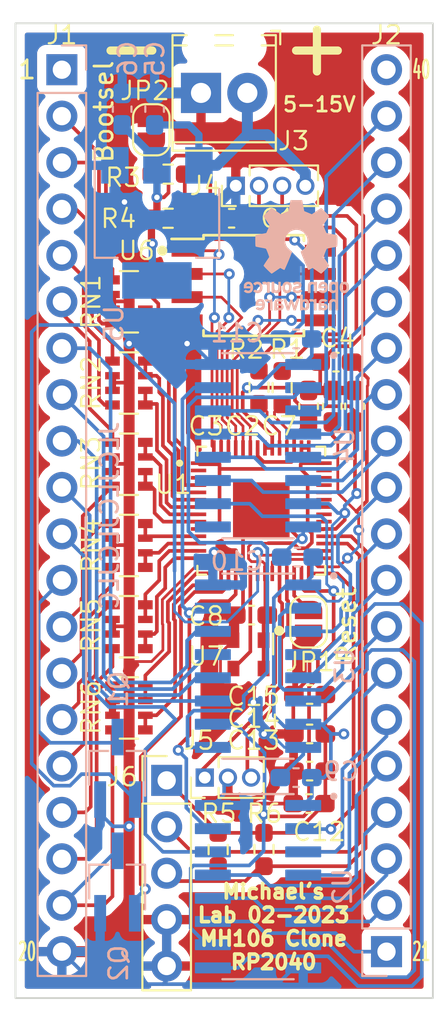
<source format=kicad_pcb>
(kicad_pcb (version 20211014) (generator pcbnew)
  (title_block (title "MH106 - Emulator") (date "2023-01-26") (rev "1") (company "Michael's Lab"))
  (layers (0 "F.Cu" signal) (31 "B.Cu" signal) (34 "B.Paste" user) (35 "F.Paste" user) (36 "B.SilkS" user "B.Silkscreen") (37 "F.SilkS" user "F.Silkscreen") (38 "B.Mask" user) (39 "F.Mask" user) (44 "Edge.Cuts" user))
  (net 0 "")
  (net 1 "ICC1")
  (net 2 "~{GR}")
  (net 3 "EOSC")
  (net 4 "Z")
  (net 5 "~{LST}{slash}LSP")
  (net 6 "~{DO}{slash}RY")
  (net 7 "~{LSL}")
  (net 8 "~{LSS}")
  (net 9 "~{LML}")
  (net 10 "~{LMS}")
  (net 11 "~{ALARM}")
  (net 12 "~{CAL}")
  (net 13 "MC 0")
  (net 14 "MC 1")
  (net 15 "SST{slash}SSP")
  (net 16 "NUL{slash}LAP{slash}LAP")
  (net 17 "CHOD.FO{slash}~{NAST}")
  (net 18 "PHASE")
  (net 19 "STROBE")
  (net 20 "GND")
  (net 21 "BCD A{slash}AS 0")
  (net 22 "BCD B{slash}AS 1")
  (net 23 "BCD D{slash}AS 3")
  (net 24 "SEG G{slash}NE{slash}AS 4")
  (net 25 "SEG A{slash}SO{slash}AS 5")
  (net 26 "SEG F{slash}PA{slash}AS 6")
  (net 27 "SEG E{slash}CT{slash}AS 7")
  (net 28 "SEG B{slash}ST{slash}AS 8")
  (net 29 "SEG C{slash}UT{slash}AS 9")
  (net 30 "SEG D{slash}PO{slash}AS 10")
  (net 31 "~{DMX 1}")
  (net 32 "~{DMX 2}")
  (net 33 "~{DMX 3}")
  (net 34 "~{DMX 4}")
  (net 35 "~{DMX 5}")
  (net 36 "~{DMX 6}")
  (net 37 "~{DMX 7}")
  (net 38 "~{DMX 8}")
  (net 39 "ICC 2")
  (net 40 "+1V1")
  (net 52 "Shift_Data")
  (net 53 "Net-(U2-Pad9)")
  (net 54 "Shift_RCK")
  (net 55 "Shift_SRCK")
  (net 56 "Net-(J4-Pad2)")
  (net 57 "Net-(J5-Pad1)")
  (net 58 "Net-(J5-Pad3)")
  (net 59 "Net-(U3-Pad9)")
  (net 60 "BCD C{slash}AS 2")
  (net 62 "5V")
  (net 63 "D-")
  (net 64 "D+")
  (net 65 "Net-(J1-Pad6)")
  (net 66 "Net-(J1-Pad14)")
  (net 67 "Net-(J1-Pad15)")
  (net 68 "Net-(J1-Pad2)")
  (net 69 "Net-(J1-Pad3)")
  (net 70 "Net-(J1-Pad4)")
  (net 71 "Net-(J1-Pad5)")
  (net 72 "Net-(J1-Pad13)")
  (net 73 "Net-(J1-Pad16)")
  (net 74 "Net-(J1-Pad17)")
  (net 75 "Net-(J1-Pad18)")
  (net 76 "Net-(J4-Pad3)")
  (net 77 "+3V3")
  (net 78 "/~{USB_BOOT}")
  (net 79 "QSPI_CSN")
  (net 80 "QSPI_SD3")
  (net 81 "QSPI_SCLK")
  (net 82 "QSPI_SD0")
  (net 83 "QSPI_SD2")
  (net 84 "QSPI_SD1")
  (net 85 "~{CAL} out")
  (net 86 "STROBE out")
  (net 87 "STROBE in")
  (net 88 "Net-(JP1-Pad2)")
  (net 89 "XIN")
  (net 91 "SDA")
  (net 92 "SCL")
  (footprint "Capacitor_SMD:C_0603_1608Metric_Pad1.08x0.95mm_HandSolder" (layer "F.Cu") (at 102.4702 76.4794 180)
    (fp_text reference "C13")
    (fp_text value "100n")
  )
  (footprint "Capacitor_SMD:C_0603_1608Metric_Pad1.08x0.95mm_HandSolder" (layer "F.Cu") (at 102.4702 74.4474 180)
    (fp_text reference "C14")
    (fp_text value "100n")
  )
  (footprint "Capacitor_SMD:C_0603_1608Metric_Pad1.08x0.95mm_HandSolder" (layer "F.Cu") (at 99.2875 67.945 180)
    (fp_text reference "C8")
    (fp_text value "10n")
  )
  (footprint "Resistor_SMD:R_0603_1608Metric_Pad0.98x0.95mm_HandSolder" (layer "F.Cu") (at 99.9698 80.772 90)
    (fp_text reference "R6")
    (fp_text value "4k7")
  )
  (footprint "Jumper:SolderJumper-2_P1.3mm_Open_RoundedPad1.0x1.5mm" (layer "F.Cu") (at 93.8 41.387 -90)
    (fp_text reference "JP2")
    (fp_text value "Bootsel")
  )
  (footprint "Resistor_SMD:R_Array_Convex_4x0603" (layer "F.Cu") (at 92.572 50.8)
    (fp_text reference "RN1")
    (fp_text value "R_Pack04")
  )
  (footprint "Resistor_SMD:R_0603_1608Metric_Pad0.98x0.95mm_HandSolder" (layer "F.Cu") (at 99.695 55.4755 90)
    (fp_text reference "R2")
    (fp_text value "27")
  )
  (footprint "Resistor_SMD:R_Array_Convex_4x0603" (layer "F.Cu") (at 92.572 59.69)
    (fp_text reference "RN3")
    (fp_text value "R_Pack04")
  )
  (footprint "TerminalBlock_Phoenix:TerminalBlock_Phoenix_MPT-0,5-2-2.54_1x02_P2.54mm_Horizontal" (layer "F.Cu") (at 99.06 39.37 180)
    (fp_text reference "J3")
    (fp_text value "5-15V")
  )
  (footprint "Resistor_SMD:R_0603_1608Metric_Pad0.98x0.95mm_HandSolder" (layer "F.Cu") (at 97.4598 80.772 90)
    (fp_text reference "R5")
    (fp_text value "4k7")
  )
  (footprint "Capacitor_SMD:C_0603_1608Metric_Pad1.08x0.95mm_HandSolder" (layer "F.Cu") (at 98.1975 46.228)
    (fp_text reference "C1")
    (fp_text value "100n")
  )
  (footprint "Resistor_SMD:R_Array_Convex_4x0603" (layer "F.Cu") (at 92.572 55.245)
    (fp_text reference "RN2")
    (fp_text value "R_Pack04")
  )
  (footprint "Connector_PinHeader_1.27mm:PinHeader_1x03_P1.27mm_Vertical" (layer "F.Cu") (at 96.725 76.835 90)
    (fp_text reference "J5")
    (fp_text value "Debug")
  )
  (footprint "Package_SO:SOIC-8W_5.3x5.3mm_P1.27mm" (layer "F.Cu") (at 99.408 49.911)
    (fp_text reference "U6")
    (fp_text value "W25Q128JVS")
  )
  (footprint "Connector_PinHeader_2.54mm:PinHeader_1x05_P2.54mm_Vertical" (layer "F.Cu") (at 94.6404 76.9874)
    (fp_text reference "J6")
    (fp_text value "I2C")
  )
  (footprint "Capacitor_SMD:C_0603_1608Metric_Pad1.08x0.95mm_HandSolder" (layer "F.Cu") (at 103.9125 54.102 180)
    (fp_text reference "C4")
    (fp_text value "100n")
  )
  (footprint "Resistor_SMD:R_Array_Convex_4x0603" (layer "F.Cu") (at 92.572 64.135)
    (fp_text reference "RN4")
    (fp_text value "R_Pack04")
  )
  (footprint "Capacitor_SMD:C_0603_1608Metric_Pad1.08x0.95mm_HandSolder" (layer "F.Cu") (at 104.9274 56.5161 90)
    (fp_text reference "C7")
    (fp_text value "10u")
  )
  (footprint "Capacitor_SMD:C_0603_1608Metric_Pad1.08x0.95mm_HandSolder" (layer "F.Cu") (at 102.4702 72.2884 180)
    (fp_text reference "C15")
    (fp_text value "100n")
  )
  (footprint "SnapEDA Library:QFN40P700X700X90-57N" (layer "F.Cu") (at 99.822 62.23)
    (fp_text reference "U1")
    (fp_text value "RP2040")
  )
  (footprint "Resistor_SMD:R_0603_1608Metric_Pad0.98x0.95mm_HandSolder" (layer "F.Cu") (at 100.965 55.499 90)
    (fp_text reference "R1")
    (fp_text value "27")
  )
  (footprint "Capacitor_SMD:C_0603_1608Metric_Pad1.08x0.95mm_HandSolder" (layer "F.Cu") (at 102.4128 56.5161 90)
    (fp_text reference "C3")
    (fp_text value "1u")
  )
  (footprint "Jumper:SolderJumper-2_P1.3mm_Open_RoundedPad1.0x1.5mm" (layer "F.Cu") (at 102.4128 68.3156 90)
    (fp_text reference "JP1")
    (fp_text value "Reset")
  )
  (footprint "Resistor_SMD:R_0603_1608Metric_Pad0.98x0.95mm_HandSolder" (layer "F.Cu") (at 94.7185 43.815 180)
    (fp_text reference "R3")
    (fp_text value "1k")
  )
  (footprint "Oscillator:Oscillator_SMD_Abracon_ASDMB-4Pin_2.5x2.0mm" (layer "F.Cu") (at 99.123 70.091 180)
    (fp_text reference "U7")
    (fp_text value "ASDMB-xxxMHz")
  )
  (footprint "Resistor_SMD:R_Array_Convex_4x0603" (layer "F.Cu") (at 92.572 73.025)
    (fp_text reference "RN6")
    (fp_text value "R_Pack04")
  )
  (footprint "Capacitor_SMD:C_0603_1608Metric_Pad1.08x0.95mm_HandSolder" (layer "F.Cu") (at 102.4382 78.2574 180)
    (fp_text reference "C12")
    (fp_text value "100n")
  )
  (footprint "Resistor_SMD:R_0603_1608Metric_Pad0.98x0.95mm_HandSolder" (layer "F.Cu") (at 94.7185 46.228)
    (fp_text reference "R4")
    (fp_text value "DNF")
  )
  (footprint "Connector_PinHeader_1.27mm:PinHeader_1x04_P1.27mm_Vertical" (layer "F.Cu") (at 98.425 44.45 90)
    (fp_text reference "J4")
    (fp_text value "USB Pins")
  )
  (footprint "Resistor_SMD:R_Array_Convex_4x0603" (layer "F.Cu") (at 92.572 68.58)
    (fp_text reference "RN5")
    (fp_text value "R_Pack04")
  )
  (footprint "Capacitor_SMD:C_0603_1608Metric_Pad1.08x0.95mm_HandSolder" (layer "F.Cu") (at 103.7082 56.5161 90)
    (fp_text reference "C2")
    (fp_text value "100n")
  )
  (footprint "Capacitor_SMD:C_0603_1608Metric_Pad1.08x0.95mm_HandSolder" (layer "B.Cu") (at 101.727 76.835 180)
    (fp_text reference "C9")
    (fp_text value "100n")
  )
  (footprint "Capacitor_SMD:C_0603_1608Metric_Pad1.08x0.95mm_HandSolder" (layer "B.Cu") (at 92.202 40.259 90)
    (fp_text reference "C6")
    (fp_text value "10u")
  )
  (footprint "SnapEDA Library:SOIC127P600X175-16N" (layer "B.Cu") (at 99.644 58.674 180)
    (fp_text reference "U4")
    (fp_text value "TPIC6C595D")
  )
  (footprint "Capacitor_SMD:C_0603_1608Metric_Pad1.08x0.95mm_HandSolder" (layer "B.Cu") (at 101.8032 64.77 180)
    (fp_text reference "C10")
    (fp_text value "100n")
  )
  (footprint "Connector_PinHeader_2.54mm:PinHeader_1x20_P2.54mm_Vertical" (layer "B.Cu") (at 106.68 86.36)
    (fp_text reference "J2")
    (fp_text value "Pin 21 - 40")
  )
  (footprint "Connector_PinHeader_2.54mm:PinHeader_1x20_P2.54mm_Vertical" (layer "B.Cu") (at 88.9 38.1 180)
    (fp_text reference "J1")
    (fp_text value "Pin 1-20")
  )
  (footprint "Capacitor_SMD:C_0603_1608Metric_Pad1.08x0.95mm_HandSolder" (layer "B.Cu") (at 101.727 52.832 180)
    (fp_text reference "C11")
    (fp_text value "100n")
  )
  (footprint "Capacitor_SMD:C_0603_1608Metric_Pad1.08x0.95mm_HandSolder" (layer "B.Cu") (at 93.98 40.259 90)
    (fp_text reference "C5")
    (fp_text value "10u")
  )
  (footprint "Symbol:OSHW-Logo_5.7x6mm_SilkScreen" (layer "B.Cu") (at 101.75 48.25 180)
    (fp_text reference "REF**" hide)
    (fp_text value "OSHW-Logo_5.7x6mm_SilkScreen" hide)
  )
  (footprint "Package_TO_SOT_SMD:TSOT-23_HandSoldering" (layer "B.Cu") (at 91.948 82.55 90)
    (fp_text reference "Q2")
    (fp_text value "BSS138")
  )
  (footprint "Package_TO_SOT_SMD:TSOT-23_HandSoldering" (layer "B.Cu") (at 91.948 76.327 90)
    (fp_text reference "Q1")
    (fp_text value "BSS138")
  )
  (footprint "SnapEDA Library:SOIC127P600X175-16N" (layer "B.Cu") (at 99.644 70.739 180)
    (fp_text reference "U3")
    (fp_text value "TPIC6C595D")
  )
  (footprint "SnapEDA Library:SOIC127P600X175-16N" (layer "B.Cu") (at 99.644 82.804 180)
    (fp_text reference "U2")
    (fp_text value "TPIC6C595D")
  )
  (footprint "Package_TO_SOT_SMD:SOT-223-3_TabPin2" (layer "B.Cu") (at 94.107 46.482 -90)
    (fp_text reference "U5")
    (fp_text value "AMS1117-3.3")
  )
  (gr_circle (center 100.8 68.8) (end 101 68.8) (layer "F.SilkS") (width 0.1524) (fill solid))
  (gr_circle (center 94.4 48) (end 94.6 48) (layer "F.SilkS") (width 0.1524) (fill solid))
  (gr_rect (start 86.36 35.56) (end 109.22 88.9) (layer "Edge.Cuts") (width 0.1) (fill none))
  (gr_text "JLCJLCJLCJLC" (at 91.5 62.5 90) (layer "B.SilkS") (effects (font (size 1 1) (thickness 0.1524)) (justify mirror)))
  (gr_text "Reset" (at 104.5 68.5 90) (layer "F.SilkS") (effects (font (size 1 1))))
  (gr_text "Michael's\nLab 02-2023\nMH106 Clone\nRP2040" (at 100.5 85) (layer "F.SilkS") (effects (font (size 0.8 0.8) (thickness 0.2))))
  (gr_text "1" (at 86.995 38.1) (layer "F.SilkS") (effects (font (size 1 1))))
  (gr_text "Bootsel" (at 91.2 40.4 90) (layer "F.SilkS") (effects (font (size 1 1))))
  (gr_text "5-15V" (at 103 40) (layer "F.SilkS") (effects (font (size 0.8 0.8))))
  (gr_text "+" (at 102.87 36.83) (layer "F.SilkS") (effects (font (size 3 3) (thickness 0.45))))
  (gr_text "20" (at 86.995 86.36) (layer "F.SilkS") (effects (font (size 1 0.5) (thickness 0.125))))
  (gr_text "40" (at 108.585 38.1) (layer "F.SilkS") (effects (font (size 1 0.5) (thickness 0.125))))
  (gr_text "-" (at 92.71 36.83) (layer "F.SilkS") (effects (font (size 3 3) (thickness 0.45))))
  (gr_text "21" (at 108.585 86.36) (layer "F.SilkS") (effects (font (size 1 0.5) (thickness 0.125))))
  (segment (start 95.08656 58.28475) (end 95.08656 54.06556) (width 0.2) (layer "F.Cu") (net 2))
  (segment (start 95.08656 54.06556) (end 94.1832 53.1622) (width 0.2) (layer "F.Cu") (net 2))
  (segment (start 95.6126 58.81079) (end 95.08656 58.28475) (width 0.2) (layer "F.Cu") (net 2))
  (segment (start 94.1832 53.1622) (end 94.1832 50.903711) (width 0.2) (layer "F.Cu") (net 2))
  (segment (start 93.472 49.6) (end 93.472 50.4) (width 0.2) (layer "F.Cu") (net 2))
  (segment (start 96.387 60.83) (end 95.628 60.83) (width 0.2) (layer "F.Cu") (net 2))
  (segment (start 94.1832 50.903711) (end 93.679489 50.4) (width 0.2) (layer "F.Cu") (net 2))
  (segment (start 95.628 60.83) (end 95.6126 60.8146) (width 0.2) (layer "F.Cu") (net 2))
  (segment (start 93.679489 50.4) (end 93.472 50.4) (width 0.2) (layer "F.Cu") (net 2))
  (segment (start 95.6126 60.8146) (end 95.6126 58.81079) (width 0.2) (layer "F.Cu") (net 2))
  (segment (start 95.28608 61.12308) (end 95.28608 58.94604) (width 0.2) (layer "F.Cu") (net 3))
  (segment (start 96.387 61.23) (end 95.393 61.23) (width 0.2) (layer "F.Cu") (net 3))
  (segment (start 94.76004 54.24704) (end 93.472 52.959) (width 0.2) (layer "F.Cu") (net 3))
  (segment (start 95.393 61.23) (end 95.28608 61.12308) (width 0.2) (layer "F.Cu") (net 3))
  (segment (start 95.28608 58.94604) (end 94.76004 58.42) (width 0.2) (layer "F.Cu") (net 3))
  (segment (start 94.76004 58.42) (end 94.76004 54.24704) (width 0.2) (layer "F.Cu") (net 3))
  (segment (start 93.472 51.2) (end 93.472 52) (width 0.2) (layer "F.Cu") (net 3))
  (segment (start 93.472 52.959) (end 93.472 52) (width 0.2) (layer "F.Cu") (net 3))
  (segment (start 95.158 61.63) (end 94.95956 61.43156) (width 0.2) (layer "F.Cu") (net 4))
  (segment (start 96.387 61.63) (end 95.158 61.63) (width 0.2) (layer "F.Cu") (net 4))
  (segment (start 94.43352 55.95252) (end 94.234 55.753) (width 0.2) (layer "F.Cu") (net 4))
  (segment (start 94.95956 59.20004) (end 94.43352 58.674) (width 0.2) (layer "F.Cu") (net 4))
  (segment (start 94.43352 58.674) (end 94.43352 55.95252) (width 0.2) (layer "F.Cu") (net 4))
  (segment (start 94.95956 61.43156) (end 94.95956 59.20004) (width 0.2) (layer "F.Cu") (net 4))
  (segment (start 94.088 54.845) (end 93.472 54.845) (width 0.2) (layer "F.Cu") (net 4))
  (segment (start 93.472 54.045) (end 93.472 54.845) (width 0.2) (layer "F.Cu") (net 4))
  (segment (start 94.234 54.991) (end 94.088 54.845) (width 0.2) (layer "F.Cu") (net 4))
  (segment (start 94.234 55.753) (end 94.234 54.991) (width 0.2) (layer "F.Cu") (net 4))
  (segment (start 94.63304 61.78627) (end 94.63304 59.45404) (width 0.2) (layer "F.Cu") (net 5))
  (segment (start 94.87677 62.03) (end 94.63304 61.78627) (width 0.2) (layer "F.Cu") (net 5))
  (segment (start 96.387 62.03) (end 94.87677 62.03) (width 0.2) (layer "F.Cu") (net 5))
  (segment (start 94.107 56.388) (end 93.529 56.388) (width 0.2) (layer "F.Cu") (net 5))
  (segment (start 93.472 55.645) (end 93.472 56.445) (width 0.2) (layer "F.Cu") (net 5))
  (segment (start 93.529 56.388) (end 93.472 56.445) (width 0.2) (layer "F.Cu") (net 5))
  (segment (start 94.107 58.928) (end 94.107 56.388) (width 0.2) (layer "F.Cu") (net 5))
  (segment (start 94.63304 59.45404) (end 94.107 58.928) (width 0.2) (layer "F.Cu") (net 5))
  (segment (start 93.472 58.49) (end 93.472 59.29) (width 0.2) (layer "F.Cu") (net 6))
  (segment (start 94.815 62.43) (end 94.30652 61.92152) (width 0.2) (layer "F.Cu") (net 6))
  (segment (start 93.853 59.309) (end 94.30652 59.76252) (width 0.2) (layer "F.Cu") (net 6))
  (segment (start 94.30652 61.92152) (end 94.30652 59.76252) (width 0.2) (layer "F.Cu") (net 6))
  (segment (start 96.387 62.43) (end 94.815 62.43) (width 0.2) (layer "F.Cu") (net 6))
  (segment (start 91.567 54.483) (end 90.424 53.34) (width 0.2) (layer "B.Cu") (net 7))
  (segment (start 91.567 71.12) (end 91.567 54.483) (width 0.2) (layer "B.Cu") (net 7))
  (segment (start 92.076743 71.629743) (end 91.567 71.12) (width 0.2) (layer "B.Cu") (net 7))
  (segment (start 97.169 68.834) (end 96.266 68.834) (width 0.2) (layer "B.Cu") (net 7))
  (segment (start 94.870743 71.629743) (end 92.076743 71.629743) (width 0.2) (layer "B.Cu") (net 7))
  (segment (start 95.758 70.742486) (end 94.870743 71.629743) (width 0.2) (layer "B.Cu") (net 7))
  (segment (start 90.424 53.34) (end 88.9 53.34) (width 0.2) (layer "B.Cu") (net 7))
  (segment (start 95.758 69.342) (end 95.758 70.742486) (width 0.2) (layer "B.Cu") (net 7))
  (segment (start 96.266 68.834) (end 95.758 69.342) (width 0.2) (layer "B.Cu") (net 7))
  (segment (start 96.858256 70.104) (end 94.971296 71.99096) (width 0.2) (layer "B.Cu") (net 8))
  (segment (start 91.186 58.166) (end 88.9 55.88) (width 0.2) (layer "B.Cu") (net 8))
  (segment (start 97.169 70.104) (end 96.858256 70.104) (width 0.2) (layer "B.Cu") (net 8))
  (segment (start 91.186 71.247) (end 91.186 58.166) (width 0.2) (layer "B.Cu") (net 8))
  (segment (start 91.92996 71.99096) (end 91.186 71.247) (width 0.2) (layer "B.Cu") (net 8))
  (segment (start 94.971296 71.99096) (end 91.92996 71.99096) (width 0.2) (layer "B.Cu") (net 8))
  (segment (start 90.805 71.374) (end 90.805 59.436) (width 0.2) (layer "B.Cu") (net 9))
  (segment (start 96.266 71.374) (end 95.32252 72.31748) (width 0.2) (layer "B.Cu") (net 9))
  (segment (start 95.32252 72.31748) (end 91.74848 72.31748) (width 0.2) (layer "B.Cu") (net 9))
  (segment (start 90.805 59.436) (end 89.789 58.42) (width 0.2) (layer "B.Cu") (net 9))
  (segment (start 97.169 71.374) (end 96.266 71.374) (width 0.2) (layer "B.Cu") (net 9))
  (segment (start 91.74848 72.31748) (end 90.805 71.374) (width 0.2) (layer "B.Cu") (net 9))
  (segment (start 89.789 58.42) (end 88.9 58.42) (width 0.2) (layer "B.Cu") (net 9))
  (segment (start 91.61323 72.644) (end 90.424 71.45477) (width 0.2) (layer "B.Cu") (net 10))
  (segment (start 90.424 62.484) (end 88.9 60.96) (width 0.2) (layer "B.Cu") (net 10))
  (segment (start 97.169 72.644) (end 91.61323 72.644) (width 0.2) (layer "B.Cu") (net 10))
  (segment (start 90.424 71.45477) (end 90.424 62.484) (width 0.2) (layer "B.Cu") (net 10))
  (segment (start 93.472 79.9338) (end 94.4372 80.899) (width 0.2) (layer "B.Cu") (net 11))
  (segment (start 88.9 63.5) (end 90.09748 64.69748) (width 0.2) (layer "B.Cu") (net 11))
  (segment (start 94.43352 72.97052) (end 95.123 73.66) (width 0.2) (layer "B.Cu") (net 11))
  (segment (start 91.47798 72.97052) (end 94.43352 72.97052) (width 0.2) (layer "B.Cu") (net 11))
  (segment (start 90.09748 71.59002) (end 91.47798 72.97052) (width 0.2) (layer "B.Cu") (net 11))
  (segment (start 93.472 75.311) (end 93.472 79.9338) (width 0.2) (layer "B.Cu") (net 11))
  (segment (start 90.09748 64.69748) (end 90.09748 71.59002) (width 0.2) (layer "B.Cu") (net 11))
  (segment (start 95.123 73.66) (end 93.472 75.311) (width 0.2) (layer "B.Cu") (net 11))
  (segment (start 94.4372 80.899) (end 97.169 80.899) (width 0.2) (layer "B.Cu") (net 11))
  (segment (start 88.9 66.04) (end 87.63 67.31) (width 0.2) (layer "B.Cu") (net 12))
  (segment (start 91.762 74.93) (end 91.948 74.744) (width 0.2) (layer "B.Cu") (net 12))
  (segment (start 87.63 74.295) (end 88.265 74.93) (width 0.2) (layer "B.Cu") (net 12))
  (segment (start 88.265 74.93) (end 91.762 74.93) (width 0.2) (layer "B.Cu") (net 12))
  (segment (start 87.63 67.31) (end 87.63 74.295) (width 0.2) (layer "B.Cu") (net 12))
  (segment (start 93.783 60.89) (end 93.472 60.89) (width 0.2) (layer "F.Cu") (net 13))
  (segment (start 93.472 60.09) (end 93.472 60.89) (width 0.2) (layer "F.Cu") (net 13))
  (segment (start 93.98 62.357) (end 93.98 61.087) (width 0.2) (layer "F.Cu") (net 13))
  (segment (start 93.98 61.087) (end 93.783 60.89) (width 0.2) (layer "F.Cu") (net 13))
  (segment (start 96.387 62.83) (end 94.453 62.83) (width 0.2) (layer "F.Cu") (net 13))
  (segment (start 94.453 62.83) (end 93.98 62.357) (width 0.2) (layer "F.Cu") (net 13))
  (segment (start 93.472 62.935) (end 93.472 63.735) (width 0.2) (layer "F.Cu") (net 14))
  (segment (start 93.577 63.63) (end 93.472 63.735) (width 0.2) (layer "F.Cu") (net 14))
  (segment (start 96.387 63.63) (end 93.577 63.63) (width 0.2) (layer "F.Cu") (net 14))
  (segment (start 94.215 64.535) (end 93.472 64.535) (width 0.2) (layer "F.Cu") (net 15))
  (segment (start 94.72 64.03) (end 94.215 64.535) (width 0.2) (layer "F.Cu") (net 15))
  (segment (start 93.472 64.535) (end 93.472 65.335) (width 0.2) (layer "F.Cu") (net 15))
  (segment (start 96.387 64.03) (end 94.72 64.03) (width 0.2) (layer "F.Cu") (net 15))
  (segment (start 93.472 67.38) (end 93.472 68.18) (width 0.2) (layer "F.Cu") (net 16))
  (segment (start 94.78177 64.43) (end 94.234 64.97777) (width 0.2) (layer "F.Cu") (net 16))
  (segment (start 94.234 64.97777) (end 94.234 66.04) (width 0.2) (layer "F.Cu") (net 16))
  (segment (start 94.234 66.04) (end 93.472 66.802) (width 0.2) (layer "F.Cu") (net 16))
  (segment (start 93.472 66.802) (end 93.472 67.38) (width 0.2) (layer "F.Cu") (net 16))
  (segment (start 96.387 64.43) (end 94.78177 64.43) (width 0.2) (layer "F.Cu") (net 16))
  (segment (start 96.387 64.83) (end 95.063 64.83) (width 0.2) (layer "F.Cu") (net 17))
  (segment (start 94.56052 65.33248) (end 94.56052 66.47548) (width 0.2) (layer "F.Cu") (net 17))
  (segment (start 93.472 68.98) (end 93.472 69.78) (width 0.2) (layer "F.Cu") (net 17))
  (segment (start 93.961 68.98) (end 93.472 68.98) (width 0.2) (layer "F.Cu") (net 17))
  (segment (start 95.063 64.83) (end 94.56052 65.33248) (width 0.2) (layer "F.Cu") (net 17))
  (segment (start 94.102409 68.838591) (end 93.961 68.98) (width 0.2) (layer "F.Cu") (net 17))
  (segment (start 94.56052 66.47548) (end 94.102409 66.933591) (width 0.2) (layer "F.Cu") (net 17))
  (segment (start 94.102409 66.933591) (end 94.102409 68.838591) (width 0.2) (layer "F.Cu") (net 17))
  (segment (start 94.77476 68.375898) (end 94.705449 68.306587) (width 0.2) (layer "F.Cu") (net 18))
  (segment (start 93.472 71.825) (end 93.472 72.625) (width 0.2) (layer "F.Cu") (net 18))
  (segment (start 94.705449 67.219551) (end 96.266 65.659) (width 0.2) (layer "F.Cu") (net 18))
  (segment (start 96.266 65.659) (end 97.216 65.659) (width 0.2) (layer "F.Cu") (net 18))
  (segment (start 93.472 71.825) (end 93.472 71.247) (width 0.2) (layer "F.Cu") (net 18))
  (segment (start 97.216 65.659) (end 97.222 65.665) (width 0.2) (layer "F.Cu") (net 18))
  (segment (start 93.472 71.247) (end 94.77476 69.94424) (width 0.2) (layer "F.Cu") (net 18))
  (segment (start 94.77476 69.94424) (end 94.77476 68.375898) (width 0.2) (layer "F.Cu") (net 18))
  (segment (start 94.705449 68.306587) (end 94.705449 67.219551) (width 0.2) (layer "F.Cu") (net 18))
  (segment (start 91.672 83.334) (end 91.672 74.225) (width 0.2) (layer "F.Cu") (net 19))
  (segment (start 91.186 83.82) (end 91.672 83.334) (width 0.2) (layer "F.Cu") (net 19))
  (segment (start 88.9 83.82) (end 91.186 83.82) (width 0.2) (layer "F.Cu") (net 19))
  (segment (start 88.9 83.82) (end 91.88 80.84) (width 0.2) (layer "B.Cu") (net 19))
  (segment (start 91.88 80.84) (end 91.948 80.84) (width 0.2) (layer "B.Cu") (net 19))
  (segment (start 103.759 43.942) (end 103.759 45.212) (width 0.2) (layer "F.Cu") (net 20))
  (segment (start 96.912765 65.153235) (end 97.5569 64.5091) (width 0.15) (layer "F.Cu") (net 20))
  (segment (start 98.425 45.593) (end 98.425 44.45) (width 0.2) (layer "F.Cu") (net 20))
  (segment (start 98.425 68.58) (end 98.298 68.707) (width 0.2) (layer "F.Cu") (net 20))
  (segment (start 98.425 71.755) (end 97.7646 71.755) (width 0.15) (layer "F.Cu") (net 20))
  (segment (start 103.759 45.212) (end 104.013 45.466) (width 0.2) (layer "F.Cu") (net 20))
  (segment (start 103.05 54.102) (end 103.75152 53.40048) (width 0.2) (layer "F.Cu") (net 20))
  (segment (start 91.44 86.36) (end 92.583 85.217) (width 0.6) (layer "F.Cu") (net 20))
  (segment (start 92.561 55.223) (end 92.583 55.245) (width 0.2) (layer "F.Cu") (net 20))
  (segment (start 97.5569 64.5091) (end 97.807955 64.5091) (width 0.15) (layer "F.Cu") (net 20))
  (segment (start 98.298 68.707) (end 98.298 69.316) (width 0.2) (layer "F.Cu") (net 20))
  (segment (start 94.403929 67.094658) (end 96.345351 65.153235) (width 0.15) (layer "F.Cu") (net 20))
  (segment (start 92.583 79.502) (end 92.583 73.025) (width 0.6) (layer "F.Cu") (net 20))
  (segment (start 92.583 68.453) (end 92.583 64.262) (width 0.6) (layer "F.Cu") (net 20))
  (segment (start 92.583 53.086) (end 92.583 50.8) (width 0.6) (layer "F.Cu") (net 20))
  (segment (start 92.561 73.003) (end 92.583 73.025) (width 0.2) (layer "F.Cu") (net 20))
  (segment (start 91.672 55.223) (end 92.561 55.223) (width 0.2) (layer "F.Cu") (net 20))
  (segment (start 97.79 77.3176) (end 97.79 76.835) (width 0.2) (layer "F.Cu") (net 20))
  (segment (start 92.075 45.593) (end 92.329 45.339) (width 0.6) (layer "F.Cu") (net 20))
  (segment (start 104.775 45.466) (end 105.41 46.101) (width 0.2) (layer "F.Cu") (net 20))
  (segment (start 91.672 64.535) (end 91.672 64.113) (width 0.2) (layer "F.Cu") (net 20))
  (segment (start 93.807586 70.485) (end 94.43392 69.858666) (width 0.15) (layer "F.Cu") (net 20))
  (segment (start 94.403929 68.43148) (end 94.403929 67.094658) (width 0.15) (layer "F.Cu") (net 20))
  (segment (start 91.672 51.2) (end 91.672 50.778) (width 0.2) (layer "F.Cu") (net 20))
  (segment (start 99.06 46.228) (end 98.425 45.593) (width 0.2) (layer "F.Cu") (net 20))
  (segment (start 103.05 55.552) (end 102.923 55.679) (width 0.2) (layer "F.Cu") (net 20))
  (segment (start 101.5757 72.3204) (end 101.6077 72.2884) (width 0.2) (layer "F.Cu") (net 20))
  (segment (start 98.806 43.307) (end 103.124 43.307) (width 0.2) (layer "F.Cu") (net 20))
  (segment (start 92.583 70.485) (end 93.807586 70.485) (width 0.15) (layer "F.Cu") (net 20))
  (segment (start 101.5757 78.2574) (end 101.5757 72.3204) (width 0.2) (layer "F.Cu") (net 20))
  (segment (start 91.672 68.558) (end 92.478 68.558) (width 0.2) (layer "F.Cu") (net 20))
  (segment (start 102.064212 63.760919) (end 101.911719 63.760919) (width 0.2) (layer "F.Cu") (net 20))
  (segment (start 92.075 48.133) (end 92.075 45.593) (width 0.6) (layer "F.Cu") (net 20))
  (segment (start 98.087766 64.788911) (end 98.742889 64.788911) (width 0.15) (layer "F.Cu") (net 20))
  (segment (start 91.672 73.003) (end 91.672 73.425) (width 0.2) (layer "F.Cu") (net 20))
  (segment (start 101.6077 72.2884) (end 101.6077 72.231) (width 0.2) (layer "F.Cu") (net 20))
  (segment (start 102.489 55.679) (end 102.923 55.679) (width 0.2) (layer "F.Cu") (net 20))
  (segment (start 98.822 67.548) (end 98.425 67.945) (width 0.2) (layer "F.Cu") (net 20))
  (segment (start 103.75152 53.40048) (end 103.75152 53.34748) (width 0.2) (layer "F.Cu") (net 20))
  (segment (start 98.822 65.665) (end 98.822 63.23) (width 0.2) (layer "F.Cu") (net 20))
  (segment (start 94.43392 69.858666) (end 94.43392 68.461472) (width 0.15) (layer "F.Cu") (net 20))
  (segment (start 97.242489 64.5091) (end 97.5569 64.5091) (width 0.15) (layer "F.Cu") (net 20))
  (segment (start 91.672 64.113) (end 91.672 63.735) (width 0.2) (layer "F.Cu") (net 20))
  (segment (start 103.86796 53.23104) (end 104.75696 53.23104) (width 0.2) (layer "F.Cu") (net 20))
  (segment (start 91.672 59.668) (end 91.672 60.09) (width 0.2) (layer "F.Cu") (net 20))
  (segment (start 102.4636 69.0164) (end 102.4636 71.3751) (width 0.2) (layer "F.Cu") (net 20))
  (segment (start 104.75696 53.23104) (end 105.41 52.578) (width 0.2) (layer "F.Cu") (net 20))
  (segment (start 92.561 50.778) (end 92.583 50.8) (width 0.2) (layer "F.Cu") (net 20))
  (segment (start 92.583 64.262) (end 92.583 59.69) (width 0.6) (layer "F.Cu") (net 20))
  (segment (start 103.75152 53.34748) (end 103.86796 53.23104) (width 0.2) (layer "F.Cu") (net 20))
  (segment (start 103.124 43.307) (end 103.759 43.942) (width 0.2) (layer "F.Cu") (net 20))
  (segment (start 91.672 73.003) (end 92.561 73.003) (width 0.2) (layer "F.Cu") (net 20))
  (segment (start 97.7646 71.755) (end 97.5868 71.5772) (width 0.15) (layer "F.Cu") (net 20))
  (segment (start 92.583 70.485) (end 92.583 68.453) (width 0.6) (layer "F.Cu") (net 20))
  (segment (start 98.425 44.45) (end 98.425 43.688) (width 0.2) (layer "F.Cu") (net 20))
  (segment (start 95.22 39.37) (end 96.52 39.37) (width 0.2) (layer "F.Cu") (net 20))
  (segment (start 92.478 68.558) (end 92.583 68.453) (width 0.2) (layer "F.Cu") (net 20))
  (segment (start 99.3902 72.7202) (end 98.425 71.755) (width 0.15) (layer "F.Cu") (net 20))
  (segment (start 95.758 51.816) (end 95.758 53.086) (width 0.2) (layer "F.Cu") (net 20))
  (segment (start 92.434 64.113) (end 92.583 64.262) (width 0.2) (layer "F.Cu") (net 20))
  (segment (start 92.583 85.217) (end 92.583 79.502) (width 0.6) (layer "F.Cu") (net 20))
  (segment (start 92.583 73.025) (end 92.583 70.485) (width 0.6) (layer "F.Cu") (net 20))
  (segment (start 98.7298 78.2574) (end 97.79 77.3176) (width 0.2) (layer "F.Cu") (net 20))
  (segment (start 102.923 55.679) (end 104.9528 55.679) (width 0.2) (layer "F.Cu") (net 20))
  (segment (start 97.5868 70.0272) (end 98.298 69.316) (width 0.15) (layer "F.Cu") (net 20))
  (segment (start 98.822 63.23) (end 99.822 62.23) (width 0.2) (layer "F.Cu") (net 20))
  (segment (start 98.425 67.945) (end 98.425 68.58) (width 0.2) (layer "F.Cu") (net 20))
  (segment (start 91.672 68.18) (end 91.672 68.558) (width 0.2) (layer "F.Cu") (net 20))
  (segment (start 92.583 50.8) (end 92.583 48.641) (width 0.6) (layer "F.Cu") (net 20))
  (segment (start 105.41 46.101) (end 105.41 52.578) (width 0.2) (layer "F.Cu") (net 20))
  (segment (start 101.911719 63.760919) (end 101.3714 63.2206) (width 0.2) (layer "F.Cu") (net 20))
  (segment (start 91.672 55.223) (end 91.672 55.645) (width 0.2) (layer "F.Cu") (net 20))
  (segment (start 91.672 50.778) (end 92.561 50.778) (width 0.2) (layer "F.Cu") (net 20))
  (segment (start 104.013 45.466) (end 104.775 45.466) (width 0.2) (layer "F.Cu") (net 20))
  (segment (start 91.672 64.113) (end 92.434 64.113) (width 0.2) (layer "F.Cu") (net 20))
  (segment (start 101.6077 72.231) (end 102.4636 71.3751) (width 0.2) (layer "F.Cu") (net 20))
  (segment (start 98.822 65.665) (end 98.822 67.548) (width 0.2) (layer "F.Cu") (net 20))
  (segment (start 92.583 55.245) (end 92.583 53.086) (width 0.6) (layer "F.Cu") (net 20))
  (segment (start 92.561 59.668) (end 92.583 59.69) (width 0.2) (layer "F.Cu") (net 20))
  (segment (start 91.672 68.558) (end 91.672 68.98) (width 0.2) (layer "F.Cu") (net 20))
  (segment (start 91.672 72.625) (end 91.672 73.003) (width 0.2) (layer "F.Cu") (net 20))
  (segment (start 96.345351 65.153235) (end 96.912765 65.153235) (width 0.15) (layer "F.Cu") (net 20))
  (segment (start 92.583 48.641) (end 92.075 48.133) (width 0.6) (layer "F.Cu") (net 20))
  (segment (start 93.853 40.737) (end 95.22 39.37) (width 0.2) (layer "F.Cu") (net 20))
  (segment (start 94.43392 68.461472) (end 94.403929 68.43148) (width 0.15) (layer "F.Cu") (net 20))
  (segment (start 103.05 54.102) (end 103.05 55.552) (width 0.2) (layer "F.Cu") (net 20))
  (segment (start 92.583 59.69) (end 92.583 55.245) (width 0.6) (layer "F.Cu") (net 20))
  (segment (start 91.672 54.845) (end 91.672 55.223) (width 0.2) (layer "F.Cu") (net 20))
  (segment (start 88.9 86.36) (end 91.44 86.36) (width 0.6) (layer "F.Cu") (net 20))
  (segment (start 98.425 43.688) (end 98.806 43.307) (width 0.2) (layer "F.Cu") (net 20))
  (segment (start 91.672 59.29) (end 91.672 59.668) (width 0.2) (layer "F.Cu") (net 20))
  (segment (start 97.5868 71.5772) (end 97.5868 70.0272) (width 0.15) (layer "F.Cu") (net 20))
  (segment (start 91.672 50.778) (end 91.672 50.4) (width 0.2) (layer "F.Cu") (net 20))
  (segment (start 101.6077 74.4474) (end 99.9744 74.4474) (width 0.15) (layer "F.Cu") (net 20))
  (segment (start 91.672 59.668) (end 92.561 59.668) (width 0.2) (layer "F.Cu") (net 20))
  (segment (start 101.5757 78.2574) (end 98.7298 78.2574) (width 0.2) (layer "F.Cu") (net 20))
  (segment (start 97.807955 64.5091) (end 98.087766 64.788911) (width 0.15) (layer "F.Cu") (net 20))
  (via (at 102.064212 63.760919) (size 0.6) (drill 0.3) (layers "F.Cu" "B.Cu") (net 20))
  (via (at 99.3902 72.7202) (size 0.6) (drill 0.3) (layers "F.Cu" "B.Cu") (net 20))
  (via (at 97.242489 64.5091) (size 0.6) (drill 0.3) (layers "F.Cu" "B.Cu") (net 20))
  (via (at 95.758 53.086) (size 0.6) (drill 0.3) (layers "F.Cu" "B.Cu") (net 20))
  (via (at 92.583 53.086) (size 0.6) (drill 0.3) (layers "F.Cu" "B.Cu") (net 20))
  (via (at 92.583 79.502) (size 0.6) (drill 0.3) (layers "F.Cu" "B.Cu") (net 20))
  (via (at 99.9744 74.4474) (size 0.6) (drill 0.3) (layers "F.Cu" "B.Cu") (net 20))
  (via (at 92.329 45.339) (size 0.6) (drill 0.3) (layers "F.Cu" "B.Cu") (net 20))
  (segment (start 91.4135 39.3965) (end 91.059 39.751) (width 0.6) (layer "B.Cu") (net 20))
  (segment (start 101.873581 63.760919) (end 100.8645 64.77) (width 0.2) (layer "B.Cu") (net 20))
  (segment (start 100.8645 52.832) (end 101.2016 52.832) (width 0.2) (layer "B.Cu") (net 20))
  (segment (start 92.456 39.3965) (end 91.4135 39.3965) (width 0.6) (layer "B.Cu") (net 20))
  (segment (start 102.064212 63.760919) (end 101.873581 63.760919) (width 0.2) (layer "B.Cu") (net 20))
  (segment (start 92.329 45.339) (end 93.091 46.101) (width 0.6) (layer "B.Cu") (net 20))
  (segment (start 90.998 84.26) (end 90.998 85.786) (width 0.2) (layer "B.Cu") (net 20))
  (segment (start 96.026 53.086) (end 97.169 54.229) (width 0.2) (layer "B.Cu") (net 20))
  (segment (start 99.9744 74.4474) (end 99.3902 73.8632) (width 0.15) (layer "B.Cu") (net 20))
  (segment (start 99.3902 46.101) (end 96.774 46.101) (width 0.2) (layer "B.Cu") (net 20))
  (segment (start 100.711 88.138) (end 94.4372 88.138) (width 0.2) (layer "B.Cu") (net 20))
  (segment (start 94.4372 88.138) (end 90.678 88.138) (width 0.2) (layer "B.Cu") (net 20))
  (segment (start 97.169 78.359) (end 97.79 77.738) (width 0.2) (layer "B.Cu") (net 20))
  (segment (start 101.6 87.249) (end 100.711 88.138) (width 0.2) (layer "B.Cu") (net 20))
  (segment (start 93.091 46.101) (end 96.774 46.101) (width 0.6) (layer "B.Cu") (net 20))
  (segment (start 102.119 63.706131) (end 102.119 63.119) (width 0.2) (layer "B.Cu") (net 20))
  (segment (start 102.108 51.9256) (end 102.108 48.8188) (width 0.2) (layer "B.Cu") (net 20))
  (segment (start 94.742 84.6378) (end 94.742 87.8332) (width 0.2) (layer "B.Cu") (net 20))
  (segment (start 95.758 53.086) (end 92.583 53.086) (width 0.2) (layer "B.Cu") (net 20))
  (segment (start 94.742 87.8332) (end 94.4372 88.138) (width 0.2) (layer "B.Cu") (net 20))
  (segment (start 96.52 39.37) (end 92.4825 39.37) (width 0.6) (layer "B.Cu") (net 20))
  (segment (start 101.2016 52.832) (end 102.108 51.9256) (width 0.2) (layer "B.Cu") (net 20))
  (segment (start 97.79 77.738) (end 97.79 76.835) (width 0.2) (layer "B.Cu") (net 20))
  (segment (start 91.694 79.502) (end 92.583 79.502) (width 0.2) (layer "B.Cu") (net 20))
  (segment (start 100.8645 76.835) (end 102.119 75.5805) (width 0.2) (layer "B.Cu") (net 20))
  (segment (start 99.3902 73.8632) (end 99.3902 72.7202) (width 0.15) (layer "B.Cu") (net 20))
  (segment (start 90.998 85.786) (end 90.424 86.36) (width 0.2) (layer "B.Cu") (net 20))
  (segment (start 101.092 75.184) (end 102.119 75.184) (width 0.15) (layer "B.Cu") (net 20))
  (segment (start 97.242489 64.5091) (end 97.169 64.582589) (width 0.15) (layer "B.Cu") (net 20))
  (segment (start 91.807 44.817) (end 92.329 45.339) (width 0.6) (layer "B.Cu") (net 20))
  (segment (start 96.774 46.101) (end 98.425 44.45) (width 0.6) (layer "B.Cu") (net 20))
  (segment (start 91.059 42.584) (end 91.807 43.332) (width 0.6) (layer "B.Cu") (net 20))
  (segment (start 92.4825 39.37) (end 92.456 39.3965) (width 0.6) (layer "B.Cu") (net 20))
  (segment (start 90.998 78.037) (end 90.998 78.806) (width 0.2) (layer "B.Cu") (net 20))
  (segment (start 90.424 86.36) (end 88.9 86.36) (width 0.2) (layer "B.Cu") (net 20))
  (segment (start 94.7166 84.6124) (end 94.742 84.6378) (width 0.2) (layer "B.Cu") (net 20))
  (segment (start 100.3554 74.4474) (end 101.092 75.184) (width 0.15) (layer "B.Cu") (net 20))
  (segment (start 102.119 75.5805) (end 102.119 75.184) (width 0.2) (layer "B.Cu") (net 20))
  (segment (start 90.998 78.806) (end 91.694 79.502) (width 0.2) (layer "B.Cu") (net 20))
  (segment (start 102.108 48.8188) (end 99.3902 46.101) (width 0.2) (layer "B.Cu") (net 20))
  (segment (start 102.064212 63.760919) (end 102.119 63.706131) (width 0.2) (layer "B.Cu") (net 20))
  (segment (start 99.9744 74.4474) (end 100.3554 74.4474) (width 0.15) (layer "B.Cu") (net 20))
  (segment (start 91.807 43.332) (end 91.807 44.817) (width 0.6) (layer "B.Cu") (net 20))
  (segment (start 90.678 88.138) (end 88.9 86.36) (width 0.2) (layer "B.Cu") (net 20))
  (segment (start 95.758 53.086) (end 96.026 53.086) (width 0.2) (layer "B.Cu") (net 20))
  (segment (start 97.169 64.582589) (end 97.169 66.294) (width 0.15) (layer "B.Cu") (net 20))
  (segment (start 102.119 87.249) (end 101.6 87.249) (width 0.2) (layer "B.Cu") (net 20))
  (segment (start 91.059 39.751) (end 91.059 42.584) (width 0.6) (layer "B.Cu") (net 20))
  (segment (start 99.3902 84.709) (end 97.169 84.709) (width 0.2) (layer "B.Cu") (net 21))
  (segment (start 106.68 86.36) (end 104.902 86.36) (width 0.2) (layer "B.Cu") (net 21))
  (segment (start 104.902 86.36) (end 103.886 85.344) (width 0.2) (layer "B.Cu") (net 21))
  (segment (start 100.0252 85.344) (end 99.3902 84.709) (width 0.2) (layer "B.Cu") (net 21))
  (segment (start 103.886 85.344) (end 100.0252 85.344) (width 0.2) (layer "B.Cu") (net 21))
  (segment (start 102.373 84.709) (end 105.791 84.709) (width 0.2) (layer "B.Cu") (net 22))
  (segment (start 105.791 84.709) (end 106.68 83.82) (width 0.2) (layer "B.Cu") (net 22))
  (segment (start 104.521 83.439) (end 105.41 82.55) (width 0.2) (layer "B.Cu") (net 23))
  (segment (start 102.373 83.439) (end 104.521 83.439) (width 0.2) (layer "B.Cu") (net 23))
  (segment (start 105.41 82.55) (end 105.41 80.01) (width 0.2) (layer "B.Cu") (net 23))
  (segment (start 105.41 80.01) (end 106.68 78.74) (width 0.2) (layer "B.Cu") (net 23))
  (segment (start 104.5718 82.7532) (end 100.2792 82.7532) (width 0.2) (layer "B.Cu") (net 24))
  (segment (start 100.2792 82.7532) (end 99.695 82.169) (width 0.2) (layer "B.Cu") (net 24))
  (segment (start 105.029 77.851) (end 105.029 82.296) (width 0.2) (layer "B.Cu") (net 24))
  (segment (start 106.68 76.2) (end 105.029 77.851) (width 0.2) (layer "B.Cu") (net 24))
  (segment (start 105.029 82.296) (end 104.5718 82.7532) (width 0.2) (layer "B.Cu") (net 24))
  (segment (start 99.695 82.169) (end 97.169 82.169) (width 0.2) (layer "B.Cu") (net 24))
  (segment (start 104.648 76.6064) (end 106.68 74.5744) (width 0.2) (layer "B.Cu") (net 25))
  (segment (start 106.68 74.5744) (end 106.68 73.66) (width 0.2) (layer "B.Cu") (net 25))
  (segment (start 102.373 82.169) (end 104.267 82.169) (width 0.2) (layer "B.Cu") (net 25))
  (segment (start 104.648 81.788) (end 104.648 76.6064) (width 0.2) (layer "B.Cu") (net 25))
  (segment (start 104.267 82.169) (end 104.648 81.788) (width 0.2) (layer "B.Cu") (net 25))
  (segment (start 102.373 80.899) (end 103.886 80.899) (width 0.2) (layer "B.Cu") (net 26))
  (segment (start 103.886 80.899) (end 104.267 80.518) (width 0.2) (layer "B.Cu") (net 26))
  (segment (start 104.267 80.518) (end 104.267 76.3778) (width 0.2) (layer "B.Cu") (net 26))
  (segment (start 104.267 76.3778) (end 105.3592 75.2856) (width 0.2) (layer "B.Cu") (net 26))
  (segment (start 105.3592 75.2856) (end 105.3592 72.4408) (width 0.2) (layer "B.Cu") (net 26))
  (segment (start 105.3592 72.4408) (end 106.68 71.12) (width 0.2) (layer "B.Cu") (net 26))
  (segment (start 105.283 70.6882) (end 105.283 69.977) (width 0.2) (layer "B.Cu") (net 27))
  (segment (start 105.283 69.977) (end 106.68 68.58) (width 0.2) (layer "B.Cu") (net 27))
  (segment (start 103.3272 72.644) (end 105.283 70.6882) (width 0.2) (layer "B.Cu") (net 27))
  (segment (start 102.373 72.644) (end 103.3272 72.644) (width 0.2) (layer "B.Cu") (net 27))
  (segment (start 102.489 71.374) (end 104.84752 69.01548) (width 0.2) (layer "B.Cu") (net 28))
  (segment (start 104.84752 69.01548) (end 104.84752 67.87248) (width 0.2) (layer "B.Cu") (net 28))
  (segment (start 102.373 71.374) (end 102.489 71.374) (width 0.2) (layer "B.Cu") (net 28))
  (segment (start 104.84752 67.87248) (end 106.68 66.04) (width 0.2) (layer "B.Cu") (net 28))
  (segment (start 104.521 68.7832) (end 104.521 67.73723) (width 0.2) (layer "B.Cu") (net 29))
  (segment (start 104.521 67.73723) (end 105.1052 67.15303) (width 0.2) (layer "B.Cu") (net 29))
  (segment (start 105.1052 65.0748) (end 106.68 63.5) (width 0.2) (layer "B.Cu") (net 29))
  (segment (start 105.1052 67.15303) (end 105.1052 65.0748) (width 0.2) (layer "B.Cu") (net 29))
  (segment (start 103.2002 70.104) (end 104.521 68.7832) (width 0.2) (layer "B.Cu") (net 29))
  (segment (start 102.373 70.104) (end 103.2002 70.104) (width 0.2) (layer "B.Cu") (net 29))
  (segment (start 102.373 68.834) (end 103.759 68.834) (width 0.2) (layer "B.Cu") (net 30))
  (segment (start 104.19448 68.39852) (end 104.19448 67.60198) (width 0.2) (layer "B.Cu") (net 30))
  (segment (start 104.019889 65.038889) (end 104.019889 63.620111) (width 0.2) (layer "B.Cu") (net 30))
  (segment (start 104.19448 67.60198) (end 104.6988 67.09766) (width 0.2) (layer "B.Cu") (net 30))
  (segment (start 104.019889 63.620111) (end 106.68 60.96) (width 0.2) (layer "B.Cu") (net 30))
  (segment (start 104.6988 67.09766) (end 104.6988 65.7178) (width 0.2) (layer "B.Cu") (net 30))
  (segment (start 103.759 68.834) (end 104.19448 68.39852) (width 0.2) (layer "B.Cu") (net 30))
  (segment (start 104.6988 65.7178) (end 104.019889 65.038889) (width 0.2) (layer "B.Cu") (net 30))
  (segment (start 106.68 58.7756) (end 104.2416 61.214) (width 0.2) (layer "B.Cu") (net 31))
  (segment (start 99.9236 61.214) (end 99.2886 60.579) (width 0.2) (layer "B.Cu") (net 31))
  (segment (start 106.68 58.42) (end 106.68 58.7756) (width 0.2) (layer "B.Cu") (net 31))
  (segment (start 99.2886 60.579) (end 97.169 60.579) (width 0.2) (layer "B.Cu") (net 31))
  (segment (start 104.2416 61.214) (end 99.9236 61.214) (width 0.2) (layer "B.Cu") (net 31))
  (segment (start 102.373 60.579) (end 104.267 60.579) (width 0.2) (layer "B.Cu") (net 32))
  (segment (start 105.41 59.436) (end 105.41 56.388) (width 0.2) (layer "B.Cu") (net 32))
  (segment (start 105.918 55.88) (end 106.68 55.88) (width 0.2) (layer "B.Cu") (net 32))
  (segment (start 104.267 60.579) (end 105.41 59.436) (width 0.2) (layer "B.Cu") (net 32))
  (segment (start 105.41 56.388) (end 105.918 55.88) (width 0.2) (layer "B.Cu") (net 32))
  (segment (start 106.68 53.34) (end 105.08348 54.93652) (width 0.2) (layer "B.Cu") (net 33))
  (segment (start 105.08348 54.93652) (end 105.08348 58.87352) (width 0.2) (layer "B.Cu") (net 33))
  (segment (start 104.013 59.944) (end 100.076 59.944) (width 0.2) (layer "B.Cu") (net 33))
  (segment (start 105.08348 58.87352) (end 104.013 59.944) (width 0.2) (layer "B.Cu") (net 33))
  (segment (start 100.076 59.944) (end 99.441 59.309) (width 0.2) (layer "B.Cu") (net 33))
  (segment (start 99.441 59.309) (end 97.169 59.309) (width 0.2) (layer "B.Cu") (net 33))
  (segment (start 102.373 59.309) (end 103.886 59.309) (width 0.2) (layer "B.Cu") (net 34))
  (segment (start 103.886 59.309) (end 104.75696 58.43804) (width 0.2) (layer "B.Cu") (net 34))
  (segment (start 104.75696 52.72304) (end 106.68 50.8) (width 0.2) (layer "B.Cu") (net 34))
  (segment (start 104.75696 58.43804) (end 104.75696 52.72304) (width 0.2) (layer "B.Cu") (net 34))
  (segment (start 104.43044 57.87556) (end 103.632 58.674) (width 0.2) (layer "B.Cu") (net 35))
  (segment (start 99.5934 58.039) (end 97.169 58.039) (width 0.2) (layer "B.Cu") (net 35))
  (segment (start 100.2284 58.674) (end 99.5934 58.039) (width 0.2) (layer "B.Cu") (net 35))
  (segment (start 106.68 48.26) (end 104.43044 50.50956) (width 0.2) (layer "B.Cu") (net 35))
  (segment (start 104.43044 50.50956) (end 104.43044 57.87556) (width 0.2) (layer "B.Cu") (net 35))
  (segment (start 103.632 58.674) (end 100.2284 58.674) (width 0.2) (layer "B.Cu") (net 35))
  (segment (start 104.10392 48.29608) (end 106.68 45.72) (width 0.2) (layer "B.Cu") (net 36))
  (segment (start 103.632 58.039) (end 104.10392 57.56708) (width 0.2) (layer "B.Cu") (net 36))
  (segment (start 102.373 58.039) (end 103.632 58.039) (width 0.2) (layer "B.Cu") (net 36))
  (segment (start 104.10392 57.56708) (end 104.10392 48.29608) (width 0.2) (layer "B.Cu") (net 36))
  (segment (start 103.7774 57.0046) (end 103.7774 46.0826) (width 0.2) (layer "B.Cu") (net 37))
  (segment (start 103.378 57.404) (end 103.7774 57.0046) (width 0.2) (layer "B.Cu") (net 37))
  (segment (start 103.7774 46.0826) (end 106.68 43.18) (width 0.2) (layer "B.Cu") (net 37))
  (segment (start 99.7458 56.769) (end 100.3808 57.404) (width 0.2) (layer "B.Cu") (net 37))
  (segment (start 97.169 56.769) (end 99.7458 56.769) (width 0.2) (layer "B.Cu") (net 37))
  (segment (start 100.3808 57.404) (end 103.378 57.404) (width 0.2) (layer "B.Cu") (net 37))
  (segment (start 102.119 56.769) (end 102.997 56.769) (width 0.2) (layer "B.Cu") (net 38))
  (segment (start 103.378 43.942) (end 106.68 40.64) (width 0.2) (layer "B.Cu") (net 38))
  (segment (start 102.997 56.769) (end 103.378 56.388) (width 0.2) (layer "B.Cu") (net 38))
  (segment (start 103.378 56.388) (end 103.378 43.942) (width 0.2) (layer "B.Cu") (net 38))
  (segment (start 103.7336 58.1406) (end 103.7336 57.4018) (width 0.2) (layer "F.Cu") (net 40))
  (segment (start 99.949 59.563) (end 99.622 59.236) (width 0.2) (layer "F.Cu") (net 40))
  (segment (start 105.628489 55.409093) (end 105.628489 58.938111) (width 0.15) (layer "F.Cu") (net 40))
  (segment (start 99.622 59.236) (end 99.622 58.795) (width 0.2) (layer "F.Cu") (net 40))
  (segment (start 101.473 59.563) (end 99.949 59.563) (width 0.2) (layer "F.Cu") (net 40))
  (segment (start 100.5586 64.897) (end 102.5144 64.897) (width 0.15) (layer "F.Cu") (net 40))
  (segment (start 102.4912 57.4018) (end 102.489 57.404) (width 0.2) (layer "F.Cu") (net 40))
  (segment (start 105.628489 58.938111) (end 105.6132 58.9534) (width 0.15) (layer "F.Cu") (net 40))
  (segment (start 105.664 55.373582) (end 105.628489 55.409093) (width 0.15) (layer "F.Cu") (net 40))
  (segment (start 105.156 62.4078) (end 105.029 62.2808) (width 0.15) (layer "F.Cu") (net 40))
  (segment (start 100.422 65.665) (end 100.422 65.0336) (width 0.15) (layer "F.Cu") (net 40))
  (segment (start 104.775 54.102) (end 105.664 54.991) (width 0.2) (layer "F.Cu") (net 40))
  (segment (start 102.5144 64.897) (end 102.9208 65.3034) (width 0.15) (layer "F.Cu") (net 40))
  (segment (start 104.013 61.2648) (end 104.013 58.42) (width 0.15) (layer "F.Cu") (net 40))
  (segment (start 104.0638 65.3034) (end 104.5464 64.8208) (width 0.15) (layer "F.Cu") (net 40))
  (segment (start 101.622 58.795) (end 101.622 58.144) (width 0.2) (layer "F.Cu") (net 40))
  (segment (start 102.9208 65.3034) (end 104.0638 65.3034) (width 0.15) (layer "F.Cu") (net 40))
  (segment (start 101.622 59.414) (end 101.473 59.563) (width 0.2) (layer "F.Cu") (net 40))
  (segment (start 105.156 63.2968) (end 105.156 62.4078) (width 0.15) (layer "F.Cu") (net 40))
  (segment (start 105.664 54.991) (end 105.664 55.373582) (width 0.15) (layer "F.Cu") (net 40))
  (segment (start 103.7336 57.4018) (end 102.4912 57.4018) (width 0.2) (layer "F.Cu") (net 40))
  (segment (start 105.029 62.2808) (end 104.013 61.2648) (width 0.15) (layer "F.Cu") (net 40))
  (segment (start 101.622 58.795) (end 101.622 59.414) (width 0.2) (layer "F.Cu") (net 40))
  (segment (start 104.013 58.42) (end 103.7336 58.1406) (width 0.2) (layer "F.Cu") (net 40))
  (segment (start 105.603489 61.706311) (end 105.029 62.2808) (width 0.2) (layer "F.Cu") (net 40))
  (segment (start 105.603489 58.986929) (end 105.603489 61.706311) (width 0.2) (layer "F.Cu") (net 40))
  (segment (start 100.422 65.0336) (end 100.5586 64.897) (width 0.15) (layer "F.Cu") (net 40))
  (segment (start 101.622 58.144) (end 102.362 57.404) (width 0.2) (layer "F.Cu") (net 40))
  (via (at 105.156 63.2968) (size 0.6) (drill 0.3) (layers "F.Cu" "B.Cu") (net 40))
  (via (at 104.5464 64.8208) (size 0.6) (drill 0.3) (layers "F.Cu" "B.Cu") (net 40))
  (segment (start 105.156 64.2112) (end 104.5464 64.8208) (width 0.15) (layer "B.Cu") (net 40))
  (segment (start 105.156 63.2968) (end 105.156 64.2112) (width 0.15) (layer "B.Cu") (net 40))
  (segment (start 104.8766 78.4098) (end 103.632 79.6544) (width 0.2) (layer "F.Cu") (net 52))
  (segment (start 104.8766 66.548) (end 104.8766 78.4098) (width 0.2) (layer "F.Cu") (net 52))
  (segment (start 103.9936 65.665) (end 104.8766 66.548) (width 0.2) (layer "F.Cu") (net 52))
  (segment (start 102.422 65.665) (end 103.9936 65.665) (width 0.2) (layer "F.Cu") (net 52))
  (via (at 103.632 79.6544) (size 0.6) (drill 0.3) (layers "F.Cu" "B.Cu") (net 52))
  (segment (start 102.1444 79.6544) (end 102.119 79.629) (width 0.2) (layer "B.Cu") (net 52))
  (segment (start 103.632 79.6544) (end 102.1444 79.6544) (width 0.2) (layer "B.Cu") (net 52))
  (segment (start 104.267 70.9168) (end 104.267 70.3326) (width 0.2) (layer "B.Cu") (net 53))
  (segment (start 105.1052 88.2396) (end 103.4796 86.614) (width 0.2) (layer "B.Cu") (net 53))
  (segment (start 104.267 70.3326) (end 105.3338 69.2658) (width 0.2) (layer "B.Cu") (net 53))
  (segment (start 105.3338 68.0466) (end 106.045 67.3354) (width 0.2) (layer "B.Cu") (net 53))
  (segment (start 103.1494 72.0344) (end 104.267 70.9168) (width 0.2) (layer "B.Cu") (net 53))
  (segment (start 101.2698 67.564) (end 100.83432 67.99948) (width 0.2) (layer "B.Cu") (net 53))
  (segment (start 106.045 67.3354) (end 107.5436 67.3354) (width 0.2) (layer "B.Cu") (net 53))
  (segment (start 108.077 88.2396) (end 105.1052 88.2396) (width 0.2) (layer "B.Cu") (net 53))
  (segment (start 108.6104 68.4022) (end 108.6104 87.7062) (width 0.2) (layer "B.Cu") (net 53))
  (segment (start 103.4796 86.614) (end 99.187 86.614) (width 0.2) (layer "B.Cu") (net 53))
  (segment (start 107.5436 67.3354) (end 108.6104 68.4022) (width 0.2) (layer "B.Cu") (net 53))
  (segment (start 102.119 67.564) (end 101.2698 67.564) (width 0.2) (layer "B.Cu") (net 53))
  (segment (start 99.187 86.614) (end 98.552 87.249) (width 0.2) (layer "B.Cu") (net 53))
  (segment (start 100.83432 67.99948) (end 100.83432 71.8058) (width 0.2) (layer "B.Cu") (net 53))
  (segment (start 108.6104 87.7062) (end 108.077 88.2396) (width 0.2) (layer "B.Cu") (net 53))
  (segment (start 98.552 87.249) (end 97.169 87.249) (width 0.2) (layer "B.Cu") (net 53))
  (segment (start 100.83432 71.8058) (end 101.06292 72.0344) (width 0.2) (layer "B.Cu") (net 53))
  (segment (start 101.06292 72.0344) (end 103.1494 72.0344) (width 0.2) (layer "B.Cu") (net 53))
  (segment (start 105.3338 69.2658) (end 105.3338 68.0466) (width 0.2) (layer "B.Cu") (net 53))
  (segment (start 102.13741 78.95892) (end 100.06632 78.95892) (width 0.2) (layer "F.Cu") (net 54))
  (segment (start 102.4382 78.65813) (end 102.13741 78.95892) (width 0.2) (layer "F.Cu") (net 54))
  (segment (start 103.7844 66.6242) (end 102.2096 66.6242) (width 0.2) (layer "F.Cu") (net 54))
  (segment (start 102.2096 66.6242) (end 102.022 66.4366) (width 0.2) (layer "F.Cu") (net 54))
  (segment (start 103.7844 69.4436) (end 102.9208 70.3072) (width 0.2) (layer "F.Cu") (net 54))
  (segment (start 100.06632 78.95892) (end 99.949 78.8416) (width 0.2) (layer "F.Cu") (net 54))
  (segment (start 102.9208 71.37967) (end 102.4382 71.86227) (width 0.2) (layer "F.Cu") (net 54))
  (segment (start 102.022 66.4366) (end 102.022 65.665) (width 0.2) (layer "F.Cu") (net 54))
  (segment (start 103.7844 66.6242) (end 103.7844 69.4436) (width 0.2) (layer "F.Cu") (net 54))
  (segment (start 102.9208 70.3072) (end 102.9208 71.37967) (width 0.2) (layer "F.Cu") (net 54))
  (segment (start 102.4382 71.86227) (end 102.4382 78.65813) (width 0.2) (layer "F.Cu") (net 54))
  (via (at 103.7844 66.6242) (size 0.6) (drill 0.3) (layers "F.Cu" "B.Cu") (net 54))
  (via (at 99.949 78.8416) (size 0.6) (drill 0.3) (layers "F.Cu" "B.Cu") (net 54))
  (segment (start 99.949 78.8416) (end 99.949 80.85828) (width 0.2) (layer "B.Cu") (net 54))
  (segment (start 103.0986 62.5348) (end 103.40472 62.84092) (width 0.2) (layer "B.Cu") (net 54))
  (segment (start 99.949 80.85828) (end 99.1648 81.64248) (width 0.2) (layer "B.Cu") (net 54))
  (segment (start 98.425 73.914) (end 97.169 73.914) (width 0.2) (layer "B.Cu") (net 54))
  (segment (start 96.858256 85.979) (end 97.169 85.979) (width 0.2) (layer "B.Cu") (net 54))
  (segment (start 99.8798 62.5348) (end 99.194 61.849) (width 0.2) (layer "B.Cu") (net 54))
  (segment (start 103.0986 62.5348) (end 99.8798 62.5348) (width 0.2) (layer "B.Cu") (net 54))
  (segment (start 96.114776 81.64248) (end 95.95748 81.799776) (width 0.2) (layer "B.Cu") (net 54))
  (segment (start 100 78.7906) (end 100 75.489) (width 0.2) (layer "B.Cu") (net 54))
  (segment (start 103.40472 66.24452) (end 103.40472 62.84092) (width 0.15) (layer "B.Cu") (net 54))
  (segment (start 99.194 61.849) (end 97.169 61.849) (width 0.2) (layer "B.Cu") (net 54))
  (segment (start 100 75.489) (end 98.425 73.914) (width 0.2) (layer "B.Cu") (net 54))
  (segment (start 99.1648 81.64248) (end 96.114776 81.64248) (width 0.2) (layer "B.Cu") (net 54))
  (segment (start 99.949 78.8416) (end 100 78.7906) (width 0.2) (layer "B.Cu") (net 54))
  (segment (start 95.95748 81.799776) (end 95.95748 85.078224) (width 0.2) (layer "B.Cu") (net 54))
  (segment (start 95.95748 85.078224) (end 96.858256 85.979) (width 0.2) (layer "B.Cu") (net 54))
  (segment (start 103.7844 66.6242) (end 103.40472 66.24452) (width 0.15) (layer "B.Cu") (net 54))
  (segment (start 95.885 67.818) (end 96.52 67.183) (width 0.2) (layer "F.Cu") (net 55))
  (segment (start 98.044 67.183) (end 98.422 66.805) (width 0.2) (layer "F.Cu") (net 55))
  (segment (start 95.885 67.818) (end 95.885 74.5236) (width 0.2) (layer "F.Cu") (net 55))
  (segment (start 95.885 74.5236) (end 95.2754 75.1332) (width 0.2) (layer "F.Cu") (net 55))
  (segment (start 96.52 67.183) (end 98.044 67.183) (width 0.2) (layer "F.Cu") (net 55))
  (segment (start 95.2754 75.1332) (end 95.2754 75.3364) (width 0.2) (layer "F.Cu") (net 55))
  (segment (start 98.422 66.805) (end 98.422 65.665) (width 0.2) (layer "F.Cu") (net 55))
  (via (at 95.885 67.818) (size 0.6) (drill 0.3) (layers "F.Cu" "B.Cu") (net 55))
  (via (at 95.2754 75.3364) (size 0.6) (drill 0.3) (layers "F.Cu" "B.Cu") (net 55))
  (segment (start 95.2754 75.3618) (end 95.2754 75.3364) (width 0.2) (layer "B.Cu") (net 55))
  (segment (start 96.139 67.564) (end 95.885 67.818) (width 0.2) (layer "B.Cu") (net 55))
  (segment (start 95.504 67.437) (end 95.885 67.818) (width 0.2) (layer "B.Cu") (net 55))
  (segment (start 95.504 56.134) (end 95.504 67.437) (width 0.2) (layer "B.Cu") (net 55))
  (segment (start 96.858256 79.629) (end 95.716911 78.487655) (width 0.2) (layer "B.Cu") (net 55))
  (segment (start 95.716911 75.803311) (end 95.2754 75.3618) (width 0.2) (layer "B.Cu") (net 55))
  (segment (start 97.169 79.629) (end 96.858256 79.629) (width 0.2) (layer "B.Cu") (net 55))
  (segment (start 95.716911 78.487655) (end 95.716911 75.803311) (width 0.2) (layer "B.Cu") (net 55))
  (segment (start 97.169 55.499) (end 96.139 55.499) (width 0.2) (layer "B.Cu") (net 55))
  (segment (start 96.139 55.499) (end 95.504 56.134) (width 0.2) (layer "B.Cu") (net 55))
  (segment (start 97.169 67.564) (end 96.139 67.564) (width 0.2) (layer "B.Cu") (net 55))
  (segment (start 103.759 46.736) (end 104.394 47.371) (width 0.2) (layer "F.Cu") (net 56))
  (segment (start 99.695 45.593) (end 100.838 46.736) (width 0.2) (layer "F.Cu") (net 56))
  (segment (start 101.092 52.578) (end 99.695 53.975) (width 0.2) (layer "F.Cu") (net 56))
  (segment (start 104.14 52.578) (end 101.092 52.578) (width 0.2) (layer "F.Cu") (net 56))
  (segment (start 100.838 46.736) (end 103.759 46.736) (width 0.2) (layer "F.Cu") (net 56))
  (segment (start 99.695 44.45) (end 99.695 45.593) (width 0.2) (layer "F.Cu") (net 56))
  (segment (start 99.695 53.975) (end 99.695 54.563) (width 0.2) (layer "F.Cu") (net 56))
  (segment (start 104.394 52.324) (end 104.14 52.578) (width 0.2) (layer "F.Cu") (net 56))
  (segment (start 104.394 47.371) (end 104.394 52.324) (width 0.2) (layer "F.Cu") (net 56))
  (segment (start 100.584 71.650007) (end 100.13048 72.103528) (width 0.2) (layer "F.Cu") (net 57))
  (segment (start 100.965 68.707) (end 100.584 69.088) (width 0.2) (layer "F.Cu") (net 57))
  (segment (start 100.965 67.31) (end 100.965 68.707) (width 0.2) (layer "F.Cu") (net 57))
  (segment (start 100.822 67.167) (end 100.965 67.31) (width 0.2) (layer "F.Cu") (net 57))
  (segment (start 100.13048 72.103528) (end 100.13048 72.86892) (width 0.2) (layer "F.Cu") (net 57))
  (segment (start 100.584 69.088) (end 100.584 71.650007) (width 0.2) (layer "F.Cu") (net 57))
  (segment (start 96.52 76.4794) (end 96.52 76.835) (width 0.2) (layer "F.Cu") (net 57))
  (segment (start 100.822 65.665) (end 100.822 67.167) (width 0.2) (layer "F.Cu") (net 57))
  (segment (start 100.13048 72.86892) (end 96.52 76.4794) (width 0.2) (layer "F.Cu") (net 57))
  (segment (start 100.91052 71.785257) (end 100.457 72.238777) (width 0.2) (layer "F.Cu") (net 58))
  (segment (start 100.457 72.238777) (end 100.457 73.0504) (width 0.2) (layer "F.Cu") (net 58))
  (segment (start 100.91052 69.22325) (end 100.91052 71.785257) (width 0.2) (layer "F.Cu") (net 58))
  (segment (start 101.29152 67.17475) (end 101.29152 68.84225) (width 0.2) (layer "F.Cu") (net 58))
  (segment (start 100.457 73.0504) (end 99.06 74.4474) (width 0.2) (layer "F.Cu") (net 58))
  (segment (start 101.29152 68.84225) (end 100.91052 69.22325) (width 0.2) (layer "F.Cu") (net 58))
  (segment (start 101.222 65.665) (end 101.222 67.10523) (width 0.2) (layer "F.Cu") (net 58))
  (segment (start 101.222 67.10523) (end 101.29152 67.17475) (width 0.2) (layer "F.Cu") (net 58))
  (segment (start 99.06 74.4474) (end 99.06 76.835) (width 0.2) (layer "F.Cu") (net 58))
  (segment (start 95.83052 63.361264) (end 96.451856 63.9826) (width 0.2) (layer "B.Cu") (net 59))
  (segment (start 100.1522 64.298591) (end 100.1522 71.0692) (width 0.2) (layer "B.Cu") (net 59))
  (segment (start 95.7834 73.5076) (end 95.7834 75.1332) (width 0.2) (layer "B.Cu") (net 59))
  (segment (start 95.83052 56.49328) (end 95.83052 63.361264) (width 0.2) (layer "B.Cu") (net 59))
  (segment (start 98.8568 72.9996) (end 98.68588 73.17052) (width 0.2) (layer "B.Cu") (net 59))
  (segment (start 98.68588 73.17052) (end 96.12048 73.17052) (width 0.2) (layer "B.Cu") (net 59))
  (segment (start 95.7834 75.1332) (end 95.8342 75.184) (width 0.2) (layer "B.Cu") (net 59))
  (segment (start 96.12048 73.17052) (end 95.7834 73.5076) (width 0.2) (layer "B.Cu") (net 59))
  (segment (start 102.119 55.499) (end 101.59248 56.02552) (width 0.2) (layer "B.Cu") (net 59))
  (segment (start 99.836209 63.9826) (end 100.1522 64.298591) (width 0.2) (layer "B.Cu") (net 59))
  (segment (start 101.59248 56.02552) (end 96.29828 56.02552) (width 0.2) (layer "B.Cu") (net 59))
  (segment (start 98.8568 72.3646) (end 98.8568 72.9996) (width 0.2) (layer "B.Cu") (net 59))
  (segment (start 100.1522 71.0692) (end 98.8568 72.3646) (width 0.2) (layer "B.Cu") (net 59))
  (segment (start 95.8342 75.184) (end 97.169 75.184) (width 0.2) (layer "B.Cu") (net 59))
  (segment (start 96.29828 56.02552) (end 95.83052 56.49328) (width 0.2) (layer "B.Cu") (net 59))
  (segment (start 96.451856 63.9826) (end 99.836209 63.9826) (width 0.2) (layer "B.Cu") (net 59))
  (segment (start 106.68 82.169) (end 104.775 84.074) (width 0.2) (layer "B.Cu") (net 60))
  (segment (start 104.775 84.074) (end 100.0252 84.074) (width 0.2) (layer "B.Cu") (net 60))
  (segment (start 99.3902 83.439) (end 97.169 83.439) (width 0.2) (layer "B.Cu") (net 60))
  (segment (start 100.0252 84.074) (end 99.3902 83.439) (width 0.2) (layer "B.Cu") (net 60))
  (segment (start 106.68 81.28) (end 106.68 82.169) (width 0.2) (layer "B.Cu") (net 60))
  (segment (start 99.06 41.656) (end 100.148106 41.656) (width 0.6) (layer "B.Cu") (net 62))
  (segment (start 93.98 41.1215) (end 95.8585 41.1215) (width 0.4) (layer "B.Cu") (net 62))
  (segment (start 97.384 43.332) (end 96.407 43.332) (width 0.6) (layer "B.Cu") (net 62))
  (segment (start 96.407 41.67) (end 96.407 43.332) (width 0.4) (layer "B.Cu") (net 62))
  (segment (start 95.8585 41.1215) (end 96.407 41.67) (width 0.4) (layer "B.Cu") (net 62))
  (segment (start 100.148106 41.656) (end 102.235 43.742894) (width 0.6) (layer "B.Cu") (net 62))
  (segment (start 99.06 39.37) (end 99.06 41.656) (width 0.6) (layer "B.Cu") (net 62))
  (segment (start 102.235 43.742894) (end 102.235 44.45) (width 0.6) (layer "B.Cu") (net 62))
  (segment (start 99.06 41.656) (end 97.384 43.332) (width 0.6) (layer "B.Cu") (net 62))
  (segment (start 101.2284 57.76103) (end 101.2284 58.7886) (width 0.1524) (layer "F.Cu") (net 63))
  (segment (start 100.965 56.4115) (end 100.544951 56.831549) (width 0.1524) (layer "F.Cu") (net 63))
  (segment (start 101.2284 58.7886) (end 101.222 58.795) (width 0.1524) (layer "F.Cu") (net 63))
  (segment (start 100.544951 57.077581) (end 101.2284 57.76103) (width 0.1524) (layer "F.Cu") (net 63))
  (segment (start 100.544951 56.831549) (end 100.544951 57.077581) (width 0.1524) (layer "F.Cu") (net 63))
  (segment (start 100.822 57.92937) (end 100.822 58.795) (width 0.1524) (layer "F.Cu") (net 64))
  (segment (start 99.695 56.388) (end 100.138549 56.831549) (width 0.1524) (layer "F.Cu") (net 64))
  (segment (start 100.138549 57.245919) (end 100.822 57.92937) (width 0.1524) (layer "F.Cu") (net 64))
  (segment (start 100.138549 56.831549) (end 100.138549 57.245919) (width 0.1524) (layer "F.Cu") (net 64))
  (segment (start 90.424 56.642) (end 91.672 57.89) (width 0.2) (layer "F.Cu") (net 65))
  (segment (start 88.9 51.435) (end 90.424 52.959) (width 0.2) (layer "F.Cu") (net 65))
  (segment (start 90.424 52.959) (end 90.424 56.642) (width 0.2) (layer "F.Cu") (net 65))
  (segment (start 88.9 50.8) (end 88.9 51.435) (width 0.2) (layer "F.Cu") (net 65))
  (segment (start 91.672 57.89) (end 91.672 58.49) (width 0.2) (layer "F.Cu") (net 65))
  (segment (start 89.976511 70.043489) (end 89.976511 67.965258) (width 0.2) (layer "F.Cu") (net 66))
  (segment (start 90.36952 67.117688) (end 90.36952 63.68148) (width 0.2) (layer "F.Cu") (net 66))
  (segment (start 89.976511 67.965258) (end 90.297 67.644769) (width 0.2) (layer "F.Cu") (net 66))
  (segment (start 91.116 62.935) (end 91.672 62.935) (width 0.2) (layer "F.Cu") (net 66))
  (segment (start 90.297 67.190209) (end 90.36952 67.117688) (width 0.2) (layer "F.Cu") (net 66))
  (segment (start 90.297 67.644769) (end 90.297 67.190209) (width 0.2) (layer "F.Cu") (net 66))
  (segment (start 90.36952 63.68148) (end 91.116 62.935) (width 0.2) (layer "F.Cu") (net 66))
  (segment (start 88.9 71.12) (end 89.976511 70.043489) (width 0.2) (layer "F.Cu") (net 66))
  (segment (start 91.672 65.335) (end 91.672 66.276978) (width 0.2) (layer "F.Cu") (net 67))
  (segment (start 90.805 67.143978) (end 90.805 67.63523) (width 0.2) (layer "F.Cu") (net 67))
  (segment (start 89.82544 72.73456) (end 88.9 73.66) (width 0.2) (layer "F.Cu") (net 67))
  (segment (start 90.805 67.63523) (end 90.424 68.01623) (width 0.2) (layer "F.Cu") (net 67))
  (segment (start 90.424 68.01623) (end 90.424 71.08546) (width 0.2) (layer "F.Cu") (net 67))
  (segment (start 90.424 71.08546) (end 89.82544 71.68402) (width 0.2) (layer "F.Cu") (net 67))
  (segment (start 89.82544 71.68402) (end 89.82544 72.73456) (width 0.2) (layer "F.Cu") (net 67))
  (segment (start 91.672 66.276978) (end 90.805 67.143978) (width 0.2) (layer "F.Cu") (net 67))
  (segment (start 91.313 48.641) (end 91.672 49) (width 0.2) (layer "F.Cu") (net 68))
  (segment (start 91.313 43.053) (end 91.313 48.641) (width 0.2) (layer "F.Cu") (net 68))
  (segment (start 88.9 40.64) (end 91.313 43.053) (width 0.2) (layer "F.Cu") (net 68))
  (segment (start 91.672 49) (end 91.672 49.6) (width 0.2) (layer "F.Cu") (net 68))
  (segment (start 88.9 43.18) (end 90.678 43.18) (width 0.2) (layer "F.Cu") (net 69))
  (segment (start 90.678 43.18) (end 90.932 43.434) (width 0.2) (layer "F.Cu") (net 69))
  (segment (start 90.932 43.434) (end 90.932 51.816) (width 0.2) (layer "F.Cu") (net 69))
  (segment (start 91.116 52) (end 91.672 52) (width 0.2) (layer "F.Cu") (net 69))
  (segment (start 90.932 51.816) (end 91.116 52) (width 0.2) (layer "F.Cu") (net 69))
  (segment (start 89.662 45.72) (end 90.551 46.609) (width 0.2) (layer "F.Cu") (net 70))
  (segment (start 90.551 46.609) (end 90.551 51.943) (width 0.2) (layer "F.Cu") (net 70))
  (segment (start 88.9 45.72) (end 89.662 45.72) (width 0.2) (layer "F.Cu") (net 70))
  (segment (start 91.672 53.064) (end 91.672 54.045) (width 0.2) (layer "F.Cu") (net 70))
  (segment (start 90.551 51.943) (end 91.672 53.064) (width 0.2) (layer "F.Cu") (net 70))
  (segment (start 90.09748 52.07) (end 90.09748 49.45748) (width 0.2) (layer "F.Cu") (net 71))
  (segment (start 90.932 56.134) (end 90.932 52.90452) (width 0.2) (layer "F.Cu") (net 71))
  (segment (start 90.09748 49.45748) (end 88.9 48.26) (width 0.2) (layer "F.Cu") (net 71))
  (segment (start 91.672 56.445) (end 91.243 56.445) (width 0.2) (layer "F.Cu") (net 71))
  (segment (start 91.243 56.445) (end 90.932 56.134) (width 0.2) (layer "F.Cu") (net 71))
  (segment (start 90.932 52.90452) (end 90.09748 52.07) (width 0.2) (layer "F.Cu") (net 71))
  (segment (start 88.9 68.58) (end 89.97048 67.50952) (width 0.2) (layer "F.Cu") (net 72))
  (segment (start 89.97048 67.054959) (end 90.043 66.982439) (width 0.2) (layer "F.Cu") (net 72))
  (segment (start 90.043 62.519) (end 91.672 60.89) (width 0.2) (layer "F.Cu") (net 72))
  (segment (start 90.043 66.982439) (end 90.043 62.519) (width 0.2) (layer "F.Cu") (net 72))
  (segment (start 89.97048 67.50952) (end 89.97048 67.054959) (width 0.2) (layer "F.Cu") (net 72))
  (segment (start 90.75052 68.15148) (end 91.522 67.38) (width 0.2) (layer "F.Cu") (net 73))
  (segment (start 90.75052 71.22071) (end 90.75052 68.15148) (width 0.2) (layer "F.Cu") (net 73))
  (segment (start 88.9 76.2) (end 90.15196 74.94804) (width 0.2) (layer "F.Cu") (net 73))
  (segment (start 90.15196 71.81927) (end 90.75052 71.22071) (width 0.2) (layer "F.Cu") (net 73))
  (segment (start 91.522 67.38) (end 91.672 67.38) (width 0.2) (layer "F.Cu") (net 73))
  (segment (start 90.15196 74.94804) (end 90.15196 71.81927) (width 0.2) (layer "F.Cu") (net 73))
  (segment (start 91.672 70.761) (end 91.672 69.78) (width 0.2) (layer "F.Cu") (net 74))
  (segment (start 90.17 78.74) (end 90.47848 78.43152) (width 0.2) (layer "F.Cu") (net 74))
  (segment (start 88.9 78.74) (end 90.17 78.74) (width 0.2) (layer "F.Cu") (net 74))
  (segment (start 90.47848 78.43152) (end 90.47848 71.95452) (width 0.2) (layer "F.Cu") (net 74))
  (segment (start 90.47848 71.95452) (end 91.672 70.761) (width 0.2) (layer "F.Cu") (net 74))
  (segment (start 90.297 81.28) (end 88.9 81.28) (width 0.2) (layer "F.Cu") (net 75))
  (segment (start 91.116 71.825) (end 90.805 72.136) (width 0.2) (layer "F.Cu") (net 75))
  (segment (start 90.805 72.136) (end 90.805 80.772) (width 0.2) (layer "F.Cu") (net 75))
  (segment (start 91.672 71.825) (end 91.116 71.825) (width 0.2) (layer "F.Cu") (net 75))
  (segment (start 90.805 80.772) (end 90.297 81.28) (width 0.2) (layer "F.Cu") (net 75))
  (segment (start 101.473 46.101) (end 104.521 46.101) (width 0.2) (layer "F.Cu") (net 76))
  (segment (start 105.029 46.609) (end 105.029 52.451) (width 0.2) (layer "F.Cu") (net 76))
  (segment (start 100.965 44.45) (end 100.965 45.593) (width 0.2) (layer "F.Cu") (net 76))
  (segment (start 105.029 52.451) (end 104.57548 52.90452) (width 0.2) (layer "F.Cu") (net 76))
  (segment (start 100.965 45.593) (end 101.473 46.101) (width 0.2) (layer "F.Cu") (net 76))
  (segment (start 102.64698 52.90452) (end 100.965 54.5865) (width 0.2) (layer "F.Cu") (net 76))
  (segment (start 104.521 46.101) (end 105.029 46.609) (width 0.2) (layer "F.Cu") (net 76))
  (segment (start 104.57548 52.90452) (end 102.64698 52.90452) (width 0.2) (layer "F.Cu") (net 76))
  (segment (start 101.66652 55.969297) (end 101.66652 56.20052) (width 0.2) (layer "F.Cu") (net 77))
  (segment (start 101.6986 79.8595) (end 103.3007 78.2574) (width 0.2) (layer "F.Cu") (net 77))
  (segment (start 102.041 59.63) (end 102.022 59.649) (width 0.2) (layer "F.Cu") (net 77))
  (segment (start 93.806 47.578) (end 93.853 47.625) (width 0.4) (layer "F.Cu") (net 77))
  (segment (start 97.536 59.944) (end 97.536 62.992) (width 0.2) (layer "F.Cu") (net 77))
  (segment (start 100.022 67.817) (end 100.15 67.945) (width 0.15) (layer "F.Cu") (net 77))
  (segment (start 94.742 43.18) (end 94.742 44.831) (width 0.2) (layer "F.Cu") (net 77))
  (segment (start 97.282 47.371) (end 97.282 46.281) (width 0.2) (layer "F.Cu") (net 77))
  (segment (start 101.981 56.515) (end 104.648 56.515) (width 0.2) (layer "F.Cu") (net 77))
  (segment (start 101.846123 64.28743) (end 101.5985 64.039807) (width 0.2) (layer "F.Cu") (net 77))
  (segment (start 97.028 43.053) (end 96.774 42.799) (width 0.2) (layer "F.Cu") (net 77))
  (segment (start 103.3327 74.4474) (end 104.3432 74.4474) (width 0.2) (layer "F.Cu") (net 77))
  (segment (start 104.9528 56.8198) (end 104.9528 57.404) (width 0.2) (layer "F.Cu") (net 77))
  (segment (start 102.590723 63.474723) (end 102.590723 63.979008) (width 0.2) (layer "F.Cu") (net 77))
  (segment (start 101.981 59.944) (end 97.536 59.944) (width 0.2) (layer "F.Cu") (net 77))
  (segment (start 99.948 68.147) (end 100.15 67.945) (width 0.2) (layer "F.Cu") (net 77))
  (segment (start 102.022 59.649) (end 102.022 58.795) (width 0.2) (layer "F.Cu") (net 77))
  (segment (start 103.257 59.63) (end 102.041 59.63) (width 0.2) (layer "F.Cu") (net 77))
  (segment (start 98.806 56.769) (end 98.806 55.753) (width 0.2) (layer "F.Cu") (net 77))
  (segment (start 101.66652 56.20052) (end 101.981 56.515) (width 0.2) (layer "F.Cu") (net 77))
  (segment (start 102.362 63.246) (end 102.590723 63.474723) (width 0.2) (layer "F.Cu") (net 77))
  (segment (start 97.536 59.69) (end 96.447 59.69) (width 0.2) (layer "F.Cu") (net 77))
  (segment (start 104.9528 61.1886) (end 105.0544 61.2902) (width 0.2) (layer "F.Cu") (net 77))
  (segment (start 100.022 65.665) (end 100.022 67.817) (width 0.15) (layer "F.Cu") (net 77))
  (segment (start 102.022 58.795) (end 102.422 58.795) (width 0.2) (layer "F.Cu") (net 77))
  (segment (start 101.981 59.69) (end 101.981 59.944) (width 0.2) (layer "F.Cu") (net 77))
  (segment (start 97.282 63.246) (end 96.403 63.246) (width 0.2) (layer "F.Cu") (net 77))
  (segment (start 99.9698 79.8595) (end 97.4598 79.8595) (width 0.2) (layer "F.Cu") (net 77))
  (segment (start 97.536 59.69) (end 97.536 59.944) (width 0.2) (layer "F.Cu") (net 77))
  (segment (start 100.022 58.795) (end 100.422 58.795) (width 0.2) (layer "F.Cu") (net 77))
  (segment (start 102.282301 64.28743) (end 101.846123 64.28743) (width 0.2) (layer "F.Cu") (net 77))
  (segment (start 97.028 45.921) (end 97.028 43.053) (width 0.2) (layer "F.Cu") (net 77))
  (segment (start 103.3007 78.2574) (end 103.3327 78.2254) (width 0.2) (layer "F.Cu") (net 77))
  (segment (start 99.891711 65.017511) (end 99.282111 65.017511) (width 0.15) (layer "F.Cu") (net 77))
  (segment (start 94.488 45.085) (end 94.107 45.085) (width 0.2) (layer "F.Cu") (net 77))
  (segment (start 99.12352 64.85892) (end 99.12352 64.19848) (width 0.15) (layer "F.Cu") (net 77))
  (segment (start 101.66048 55.963257) (end 101.66652 55.969297) (width 0.2) (layer "F.Cu") (net 77))
  (segment (start 99.568 57.277) (end 99.314 57.277) (width 0.2) (layer "F.Cu") (net 77))
  (segment (start 101.473 55.499) (end 101.66048 55.68648) (width 0.2) (layer "F.Cu") (net 77))
  (segment (start 103.058 48.006) (end 102.235 48.006) (width 0.2) (layer "F.Cu") (net 77))
  (segment (start 100.022 65.1478) (end 99.891711 65.017511) (width 0.15) (layer "F.Cu") (net 77))
  (segment (start 103.902 63.23) (end 104.394 62.738) (width 0.2) (layer "F.Cu") (net 77))
  (segment (start 99.282111 65.017511) (end 99.12352 64.85892) (width 0.15) (layer "F.Cu") (net 77))
  (segment (start 94.742 44.831) (end 94.488 45.085) (width 0.2) (layer "F.Cu") (net 77))
  (segment (start 100.022 65.665) (end 100.022 65.1478) (width 0.15) (layer "F.Cu") (net 77))
  (segment (start 104.394 62.738) (end 104.394 62.357) (width 0.2) (layer "F.Cu") (net 77))
  (segment (start 97.335 46.228) (end 97.028 45.921) (width 0.2) (layer "F.Cu") (net 77))
  (segment (start 103.257 63.23) (end 103.902 63.23) (width 0.2) (layer "F.Cu") (net 77))
  (segment (start 97.536 62.992) (end 97.282 63.246) (width 0.2) (layer "F.Cu") (net 77))
  (segment (start 102.362 60.325) (end 102.362 63.246) (width 0.2) (layer "F.Cu") (net 77))
  (segment (start 101.981 59.944) (end 102.362 60.325) (width 0.2) (layer "F.Cu") (net 77))
  (segment (start 103.3327 78.2254) (end 103.3327 72.2884) (width 0.2) (layer "F.Cu") (net 77))
  (segment (start 100.422 58.795) (end 100.422 58.131) (width 0.2) (layer "F.Cu") (net 77))
  (segment (start 101.66048 55.68648) (end 101.66048 55.963257) (width 0.2) (layer "F.Cu") (net 77))
  (segment (start 98.806 55.753) (end 99.06 55.499) (width 0.2) (layer "F.Cu") (net 77))
  (segment (start 93.806 46.228) (end 93.806 47.578) (width 0.4) (layer "F.Cu") (net 77))
  (segment (start 94.107 45.085) (end 94.107 45.927) (width 0.4) (layer "F.Cu") (net 77))
  (segment (start 100.196511 64.014489) (end 100.204489 64.006511) (width 0.15) (layer "F.Cu") (net 77))
  (segment (start 97.4598 79.8068) (end 94.6404 76.9874) (width 0.2) (layer "F.Cu") (net 77))
  (segment (start 99.9698 79.8595) (end 101.6986 79.8595) (width 0.2) (layer "F.Cu") (net 77))
  (segment (start 101.981 59.69) (end 102.022 59.649) (width 0.2) (layer "F.Cu") (net 77))
  (segment (start 102.362 63.246) (end 103.241 63.246) (width 0.2) (layer "F.Cu") (net 77))
  (segment (start 101.6 47.371) (end 97.282 47.371) (width 0.2) (layer "F.Cu") (net 77))
  (segment (start 102.235 48.006) (end 101.6 47.371) (width 0.2) (layer "F.Cu") (net 77))
  (segment (start 103.241 63.246) (end 103.257 63.23) (width 0.2) (layer "F.Cu") (net 77))
  (segment (start 104.648 56.515) (end 104.9528 56.8198) (width 0.2) (layer "F.Cu") (net 77))
  (segment (start 96.447 59.69) (end 96.387 59.63) (width 0.2) (layer "F.Cu") (net 77))
  (segment (start 104.9528 57.404) (end 104.9528 61.1886) (width 0.2) (layer "F.Cu") (net 77))
  (segment (start 97.4598 79.8595) (end 97.4598 79.8068) (width 0.2) (layer "F.Cu") (net 77))
  (segment (start 99.948 70.866) (end 99.948 68.147) (width 0.2) (layer "F.Cu") (net 77))
  (segment (start 96.774 42.799) (end 95.123 42.799) (width 0.2) (layer "F.Cu") (net 77))
  (segment (start 96.403 63.246) (end 96.387 63.23) (width 0.2) (layer "F.Cu") (net 77))
  (segment (start 94.107 45.927) (end 93.806 46.228) (width 0.4) (layer "F.Cu") (net 77))
  (segment (start 95.123 42.799) (end 94.742 43.18) (width 0.2) (layer "F.Cu") (net 77))
  (segment (start 102.590723 63.979008) (end 102.282301 64.28743) (width 0.2) (layer "F.Cu") (net 77))
  (segment (start 97.282 46.281) (end 97.335 46.228) (width 0.2) (layer "F.Cu") (net 77))
  (segment (start 99.314 57.277) (end 98.806 56.769) (width 0.2) (layer "F.Cu") (net 77))
  (segment (start 101.5985 64.006511) (end 100.204489 64.006511) (width 0.2) (layer "F.Cu") (net 77))
  (segment (start 99.307511 64.014489) (end 100.196511 64.014489) (width 0.15) (layer "F.Cu") (net 77))
  (segment (start 99.06 55.499) (end 101.473 55.499) (width 0.2) (layer "F.Cu") (net 77))
  (segment (start 100.422 58.131) (end 99.568 57.277) (width 0.2) (layer "F.Cu") (net 77))
  (segment (start 99.12352 64.19848) (end 99.307511 64.014489) (width 0.15) (layer "F.Cu") (net 77))
  (segment (start 101.5985 64.039807) (end 101.5985 64.006511) (width 0.2) (layer "F.Cu") (net 77))
  (via (at 93.853 47.625) (size 0.6) (drill 0.3) (layers "F.Cu" "B.Cu") (net 77))
  (via (at 99.06 55.499) (size 0.6) (drill 0.3) (layers "F.Cu" "B.Cu") (net 77))
  (via (at 101.6508 47.4218) (size 0.6) (drill 0.3) (layers "F.Cu" "B.Cu") (net 77))
  (via (at 104.394 62.357) (size 0.6) (drill 0.3) (layers "F.Cu" "B.Cu") (net 77))
  (via (at 94.107 45.085) (size 0.6) (drill 0.3) (layers "F.Cu" "B.Cu") (net 77))
  (via (at 105.0544 61.2902) (size 0.6) (drill 0.3) (layers "F.Cu" "B.Cu") (net 77))
  (via (at 104.3432 74.4474) (size 0.6) (drill 0.3) (layers "F.Cu" "B.Cu") (net 77))
  (segment (start 105.3338 87.757) (end 107.823 87.757) (width 0.2) (layer "B.Cu") (net 77))
  (segment (start 101.219 66.294) (end 100.5078 67.0052) (width 0.2) (layer "B.Cu") (net 77))
  (segment (start 94.107 43.0265) (end 92.202 41.1215) (width 0.4) (layer "B.Cu") (net 77))
  (segment (start 107.823 87.757) (end 108.204 87.376) (width 0.2) (layer "B.Cu") (net 77))
  (segment (start 104.3178 66.1416) (end 104.3178 66.929) (width 0.15) (layer "B.Cu") (net 77))
  (segment (start 105.283 71.882) (end 103.251 73.914) (width 0.2) (layer "B.Cu") (net 77))
  (segment (start 102.119 73.914) (end 103.124 73.914) (width 0.2) (layer "B.Cu") (net 77))
  (segment (start 104.394 62.357) (end 103.70624 63.04476) (width 0.15) (layer "B.Cu") (net 77))
  (segment (start 102.5895 77.8885) (end 102.119 78.359) (width 0.2) (layer "B.Cu") (net 77))
  (segment (start 105.283 71.247) (end 105.283 71.882) (width 0.2) (layer "B.Cu") (net 77))
  (segment (start 101.092 74.041) (end 101.992 74.041) (width 0.2) (layer "B.Cu") (net 77))
  (segment (start 103.251 73.914) (end 103.124 73.914) (width 0.2) (layer "B.Cu") (net 77))
  (segment (start 99.06 55.499) (end 99.6188 55.499) (width 0.2) (layer "B.Cu") (net 77))
  (segment (start 102.119 85.979) (end 103.5558 85.979) (width 0.2) (layer "B.Cu") (net 77))
  (segment (start 103.632 76.454) (end 103.251 76.835) (width 0.2) (layer "B.Cu") (net 77))
  (segment (start 101.992 74.041) (end 102.119 73.914) (width 0.2) (layer "B.Cu") (net 77))
  (segment (start 102.5895 76.835) (end 102.5895 77.8885) (width 0.2) (layer "B.Cu") (net 77))
  (segment (start 105.87177 69.85) (end 105.60952 70.11225) (width 0.2) (layer "B.Cu") (net 77))
  (segment (start 102.5895 53.7585) (end 102.119 54.229) (width 0.2) (layer "B.Cu") (net 77))
  (segment (start 103.5558 85.979) (end 105.3338 87.757) (width 0.2) (layer "B.Cu") (net 77))
  (segment (start 93.853 47.625) (end 93.853 49.378) (width 0.4) (layer "B.Cu") (net 77))
  (segment (start 103.6574 74.4474) (end 103.632 74.422) (width 0.2) (layer "B.Cu") (net 77))
  (segment (start 102.5895 52.832) (end 102.5895 53.7585) (width 0.2) (layer "B.Cu") (net 77))
  (segment (start 103.124 73.914) (end 103.632 74.422) (width 0.2) (layer "B.Cu") (net 77))
  (segment (start 108.204 70.485) (end 107.569 69.85) (width 0.2) (layer "B.Cu") (net 77))
  (segment (start 104.3178 66.929) (end 104.0638 67.183) (width 0.15) (layer "B.Cu") (net 77))
  (segment (start 100.5078 67.0052) (end 100.5078 73.4568) (width 0.2) (layer "B.Cu") (net 77))
  (segment (start 104.013 62.357) (end 104.394 62.357) (width 0.2) (layer "B.Cu") (net 77))
  (segment (start 104.0638 67.183) (end 103.4288 67.183) (width 0.15) (layer "B.Cu") (net 77))
  (segment (start 102.5895 48.3605) (end 101.6508 47.4218) (width 0.2) (layer "B.Cu") (net 77))
  (segment (start 102.5895 52.832) (end 102.5895 48.3605) (width 0.2) (layer "B.Cu") (net 77))
  (segment (start 93.853 49.378) (end 94.107 49.632) (width 0.4) (layer "B.Cu") (net 77))
  (segment (start 103.70624 65.53004) (end 104.3178 66.1416) (width 0.15) (layer "B.Cu") (net 77))
  (segment (start 94.107 43.332) (end 94.107 43.0265) (width 0.4) (layer "B.Cu") (net 77))
  (segment (start 102.5895 65.8235) (end 102.119 66.294) (width 0.2) (layer "B.Cu") (net 77))
  (segment (start 105.60952 70.92048) (end 105.283 71.247) (width 0.2) (layer "B.Cu") (net 77))
  (segment (start 108.204 87.376) (end 108.204 70.485) (width 0.2) (layer "B.Cu") (net 77))
  (segment (start 100.8888 54.229) (end 102.119 54.229) (width 0.2) (layer "B.Cu") (net 77))
  (segment (start 104.394 62.357) (end 104.394 61.9506) (width 0.2) (layer "B.Cu") (net 77))
  (segment (start 99.6188 55.499) (end 100.8888 54.229) (width 0.2) (layer "B.Cu") (net 77))
  (segment (start 103.632 74.422) (end 103.632 76.454) (width 0.2) (layer "B.Cu") (net 77))
  (segment (start 102.119 66.294) (end 101.219 66.294) (width 0.2) (layer "B.Cu") (net 77))
  (segment (start 102.119 61.849) (end 103.505 61.849) (width 0.2) (layer "B.Cu") (net 77))
  (segment (start 100.5078 73.4568) (end 101.092 74.041) (width 0.2) (layer "B.Cu") (net 77))
  (segment (start 104.3432 74.4474) (end 103.6574 74.4474) (width 0.2) (layer "B.Cu") (net 77))
  (segment (start 107.569 69.85) (end 105.87177 69.85) (width 0.2) (layer "B.Cu") (net 77))
  (segment (start 94.107 43.332) (end 94.107 45.085) (width 0.4) (layer "B.Cu") (net 77))
  (segment (start 103.251 76.835) (end 102.5895 76.835) (width 0.2) (layer "B.Cu") (net 77))
  (segment (start 104.394 61.9506) (end 105.0544 61.2902) (width 0.2) (layer "B.Cu") (net 77))
  (segment (start 102.5895 64.77) (end 102.5895 65.8235) (width 0.2) (layer "B.Cu") (net 77))
  (segment (start 103.70624 63.04476) (end 103.70624 65.53004) (width 0.15) (layer "B.Cu") (net 77))
  (segment (start 103.505 61.849) (end 104.013 62.357) (width 0.2) (layer "B.Cu") (net 77))
  (segment (start 105.60952 70.11225) (end 105.60952 70.92048) (width 0.2) (layer "B.Cu") (net 77))
  (segment (start 103.4288 67.183) (end 102.8446 66.5988) (width 0.15) (layer "B.Cu") (net 77))
  (segment (start 93.806 43.815) (end 93.806 42.084) (width 0.2) (layer "F.Cu") (net 78))
  (segment (start 97.12188 51.79832) (end 97.12188 58.69488) (width 0.15) (layer "F.Cu") (net 79))
  (segment (start 95.631 46.228) (end 95.631 47.879) (width 0.2) (layer "F.Cu") (net 79))
  (segment (start 97.2566 51.6636) (end 97.12188 51.79832) (width 0.15) (layer "F.Cu") (net 79))
  (segment (start 97.12188 58.69488) (end 97.222 58.795) (width 0.15) (layer "F.Cu") (net 79))
  (segment (start 97.5106 48.2092) (end 97.3074 48.006) (width 0.15) (layer "F.Cu") (net 79))
  (segment (start 95.631 47.879) (end 95.758 48.006) (width 0.2) (layer "F.Cu") (net 79))
  (segment (start 95.631 43.815) (end 95.631 46.228) (width 0.2) (layer "F.Cu") (net 79))
  (segment (start 97.3074 48.006) (end 95.758 48.006) (width 0.15) (layer "F.Cu") (net 79))
  (via (at 97.5106 48.2092) (size 0.6) (drill 0.3) (layers "F.Cu" "B.Cu") (net 79))
  (via (at 97.2566 51.6636) (size 0.6) (drill 0.3) (layers "F.Cu" "B.Cu") (net 79))
  (segment (start 97.2566 51.6636) (end 97.2566 48.4632) (width 0.15) (layer "B.Cu") (net 79))
  (segment (start 97.2566 48.4632) (end 97.5106 48.2092) (width 0.15) (layer "B.Cu") (net 79))
  (segment (start 100.838 51.8414) (end 100.838 49.911) (width 0.15) (layer "F.Cu") (net 80))
  (segment (start 98.50448 54.17492) (end 100.838 51.8414) (width 0.15) (layer "F.Cu") (net 80))
  (segment (start 99.222 58.795) (end 99.222 57.611414) (width 0.15) (layer "F.Cu") (net 80))
  (segment (start 98.50448 56.893894) (end 98.50448 54.17492) (width 0.15) (layer "F.Cu") (net 80))
  (segment (start 101.473 49.276) (end 103.058 49.276) (width 0.15) (layer "F.Cu") (net 80))
  (segment (start 99.222 57.611414) (end 98.50448 56.893894) (width 0.15) (layer "F.Cu") (net 80))
  (segment (start 100.838 49.911) (end 101.473 49.276) (width 0.15) (layer "F.Cu") (net 80))
  (segment (start 98.822 58.795) (end 98.822 57.602472) (width 0.15) (layer "F.Cu") (net 81))
  (segment (start 98.22796 54.060382) (end 100.2792 52.009142) (width 0.15) (layer "F.Cu") (net 81))
  (segment (start 98.22796 57.008432) (end 98.22796 54.060382) (width 0.15) (layer "F.Cu") (net 81))
  (segment (start 103.058 50.546) (end 101.473 50.546) (width 0.15) (layer "F.Cu") (net 81))
  (segment (start 98.822 57.602472) (end 98.22796 57.008432) (width 0.15) (layer "F.Cu") (net 81))
  (segment (start 100.2792 52.009142) (end 100.2792 50.546) (width 0.15) (layer "F.Cu") (net 81))
  (via (at 100.2792 50.546) (size 0.6) (drill 0.3) (layers "F.Cu" "B.Cu") (net 81))
  (via (at 101.473 50.546) (size 0.6) (drill 0.3) (layers "F.Cu" "B.Cu") (net 81))
  (segment (start 101.473 50.546) (end 100.3046 50.546) (width 0.15) (layer "B.Cu") (net 81))
  (segment (start 98.422 57.59353) (end 97.95144 57.12297) (width 0.15) (layer "F.Cu") (net 82))
  (segment (start 103.058 51.816) (end 101.473 51.816) (width 0.15) (layer "F.Cu") (net 82))
  (segment (start 97.95144 53.50876) (end 99.6442 51.816) (width 0.15) (layer "F.Cu") (net 82))
  (segment (start 97.95144 57.12297) (end 97.95144 53.50876) (width 0.15) (layer "F.Cu") (net 82))
  (segment (start 98.422 58.795) (end 98.422 57.59353) (width 0.15) (layer "F.Cu") (net 82))
  (via (at 99.6442 51.816) (size 0.6) (drill 0.3) (layers "F.Cu" "B.Cu") (net 82))
  (via (at 101.473 51.816) (size 0.6) (drill 0.3) (layers "F.Cu" "B.Cu") (net 82))
  (segment (start 101.473 51.816) (end 99.6442 51.816) (width 0.15) (layer "B.Cu") (net 82))
  (segment (start 97.67492 52.74388) (end 98.7552 51.6636) (width 0.15) (layer "F.Cu") (net 83))
  (segment (start 98.022 57.584588) (end 97.67492 57.237508) (width 0.15) (layer "F.Cu") (net 83))
  (segment (start 97.6376 50.546) (end 95.758 50.546) (width 0.15) (layer "F.Cu") (net 83))
  (segment (start 98.022 58.795) (end 98.022 57.584588) (width 0.15) (layer "F.Cu") (net 83))
  (segment (start 98.7552 51.6636) (end 97.6376 50.546) (width 0.15) (layer "F.Cu") (net 83))
  (segment (start 97.67492 57.237508) (end 97.67492 52.74388) (width 0.15) (layer "F.Cu") (net 83))
  (segment (start 97.622 57.575646) (end 97.3984 57.352046) (width 0.15) (layer "F.Cu") (net 84))
  (segment (start 97.3984 52.4256) (end 97.409 52.4256) (width 0.15) (layer "F.Cu") (net 84))
  (segment (start 97.3984 57.352046) (end 97.3984 52.4256) (width 0.15) (layer "F.Cu") (net 84))
  (segment (start 97.409 52.4256) (end 98.044 51.7906) (width 0.15) (layer "F.Cu") (net 84))
  (segment (start 98.0694 49.276) (end 95.758 49.276) (width 0.15) (layer "F.Cu") (net 84))
  (segment (start 97.622 58.795) (end 97.622 57.575646) (width 0.15) (layer "F.Cu") (net 84))
  (segment (start 98.044 51.7906) (end 98.044 51.6636) (width 0.15) (layer "F.Cu") (net 84))
  (via (at 98.0694 49.276) (size 0.6) (drill 0.3) (layers "F.Cu" "B.Cu") (net 84))
  (via (at 98.044 51.6636) (size 0.6) (drill 0.3) (layers "F.Cu" "B.Cu") (net 84))
  (segment (start 98.044 51.6636) (end 98.044 49.3014) (width 0.15) (layer "B.Cu") (net 84))
  (segment (start 98.044 49.3014) (end 98.0694 49.276) (width 0.15) (layer "B.Cu") (net 84))
  (segment (start 102.838458 64.83) (end 103.257 64.83) (width 0.15) (layer "F.Cu") (net 85))
  (segment (start 102.628938 64.62048) (end 102.838458 64.83) (width 0.15) (layer "F.Cu") (net 85))
  (segment (start 99.777409 64.6684) (end 100.396142 64.6684) (width 0.15) (layer "F.Cu") (net 85))
  (segment (start 100.396142 64.6684) (end 100.444062 64.62048) (width 0.15) (layer "F.Cu") (net 85))
  (segment (start 99.62502 64.516011) (end 99.777409 64.6684) (width 0.15) (layer "F.Cu") (net 85))
  (segment (start 100.444062 64.62048) (end 102.628938 64.62048) (width 0.15) (layer "F.Cu") (net 85))
  (via (at 99.62502 64.516011) (size 0.6) (drill 0.3) (layers "F.Cu" "B.Cu") (net 85))
  (segment (start 95.0722 56.3626) (end 95.0722 65.532) (width 0.2) (layer "B.Cu") (net 85))
  (segment (start 87.63 52.07) (end 90.7796 52.07) (width 0.2) (layer "B.Cu") (net 85))
  (segment (start 95.649911 68.319511) (end 95.0722 67.7418) (width 0.15) (layer "B.Cu") (net 85))
  (segment (start 87.249 52.451) (end 87.63 52.07) (width 0.2) (layer "B.Cu") (net 85))
  (segment (start 89.345907 77.276511) (end 88.454093 77.276511) (width 0.2) (layer "B.Cu") (net 85))
  (segment (start 95.0722 67.7418) (end 95.0722 65.532) (width 0.15) (layer "B.Cu") (net 85))
  (segment (start 90.7796 52.07) (end 95.0722 56.3626) (width 0.2) (layer "B.Cu") (net 85))
  (segment (start 99.62502 64.516011) (end 99.62502 66.653369) (width 0.15) (layer "B.Cu") (net 85))
  (segment (start 92.898 78.037) (end 91.506907 76.645907) (width 0.2) (layer "B.Cu") (net 85))
  (segment (start 97.958878 68.319511) (end 95.649911 68.319511) (width 0.15) (layer "B.Cu") (net 85))
  (segment (start 88.454093 77.276511) (end 87.249 76.071418) (width 0.2) (layer "B.Cu") (net 85))
  (segment (start 87.249 76.071418) (end 87.249 52.451) (width 0.2) (layer "B.Cu") (net 85))
  (segment (start 89.976511 76.645907) (end 89.345907 77.276511) (width 0.2) (layer "B.Cu") (net 85))
  (segment (start 99.62502 66.653369) (end 97.958878 68.319511) (width 0.15) (layer "B.Cu") (net 85))
  (segment (start 91.506907 76.645907) (end 89.976511 76.645907) (width 0.2) (layer "B.Cu") (net 85))
  (segment (start 97.663 66.675) (end 96.17354 66.675) (width 0.2) (layer "F.Cu") (net 86))
  (segment (start 93.218 75.692) (end 93.218 82.677) (width 0.2) (layer "F.Cu") (net 86))
  (segment (start 93.218 82.677) (end 93.472 82.931) (width 0.2) (layer "F.Cu") (net 86))
  (segment (start 95.358489 67.490051) (end 95.358489 68.036089) (width 0.2) (layer "F.Cu") (net 86))
  (segment (start 95.4278 73.4822) (end 93.218 75.692) (width 0.2) (layer "F.Cu") (net 86))
  (segment (start 95.358489 68.036089) (end 95.4278 68.1054) (width 0.2) (layer "F.Cu") (net 86))
  (segment (start 98.022 65.665) (end 98.022 66.316) (width 0.2) (layer "F.Cu") (net 86))
  (segment (start 96.17354 66.675) (end 95.358489 67.490051) (width 0.2) (layer "F.Cu") (net 86))
  (segment (start 98.022 66.316) (end 97.663 66.675) (width 0.2) (layer "F.Cu") (net 86))
  (segment (start 95.4278 68.1054) (end 95.4278 73.4822) (width 0.2) (layer "F.Cu") (net 86))
  (via (at 93.472 82.931) (size 0.6) (drill 0.3) (layers "F.Cu" "B.Cu") (net 86))
  (segment (start 92.898 84.26) (end 92.898 83.505) (width 0.2) (layer "B.Cu") (net 86))
  (segment (start 92.898 83.505) (end 93.472 82.931) (width 0.2) (layer "B.Cu") (net 86))
  (segment (start 97.404111 66.31152) (end 97.622 66.093631) (width 0.2) (layer "F.Cu") (net 87))
  (segment (start 95.10128 68.24065) (end 95.031969 68.171338) (width 0.2) (layer "F.Cu") (net 87))
  (segment (start 96.07525 66.31152) (end 97.404111 66.31152) (width 0.2) (layer "F.Cu") (net 87))
  (segment (start 95.10128 72.41172) (end 95.10128 68.24065) (width 0.2) (layer "F.Cu") (net 87))
  (segment (start 93.472 73.425) (end 94.088 73.425) (width 0.2) (layer "F.Cu") (net 87))
  (segment (start 95.031969 67.354801) (end 96.07525 66.31152) (width 0.2) (layer "F.Cu") (net 87))
  (segment (start 93.472 74.225) (end 93.472 73.425) (width 0.2) (layer "F.Cu") (net 87))
  (segment (start 95.031969 68.171338) (end 95.031969 67.354801) (width 0.2) (layer "F.Cu") (net 87))
  (segment (start 97.622 66.093631) (end 97.622 65.665) (width 0.2) (layer "F.Cu") (net 87))
  (segment (start 94.088 73.425) (end 95.10128 72.41172) (width 0.2) (layer "F.Cu") (net 87))
  (segment (start 101.622 66.8748) (end 102.4636 67.7164) (width 0.2) (layer "F.Cu") (net 88))
  (segment (start 101.622 65.665) (end 101.622 66.8748) (width 0.2) (layer "F.Cu") (net 88))
  (segment (start 99.222 65.665) (end 99.222 69.942) (width 0.2) (layer "F.Cu") (net 89))
  (segment (start 99.222 69.942) (end 98.298 70.866) (width 0.2) (layer "F.Cu") (net 89))
  (segment (start 94.6404 79.5274) (end 96.012 80.899) (width 0.2) (layer "F.Cu") (net 91))
  (segment (start 97.4598 80.9244) (end 97.4344 80.899) (width 0.2) (layer "F.Cu") (net 91))
  (segment (start 104.6988 80.899) (end 105.21048 80.38732) (width 0.2) (layer "F.Cu") (net 91))
  (segment (start 97.4344 80.899) (end 104.6988 80.899) (width 0.2) (layer "F.Cu") (net 91))
  (segment (start 97.4598 81.6845) (end 97.4598 80.9244) (width 0.2) (layer "F.Cu") (net 91))
  (segment (start 96.012 80.899) (end 97.4344 80.899) (width 0.2) (layer "F.Cu") (net 91))
  (segment (start 105.21048 64.69748) (end 104.543 64.03) (width 0.2) (layer "F.Cu") (net 91))
  (segment (start 104.543 64.03) (end 103.257 64.03) (width 0.2) (layer "F.Cu") (net 91))
  (segment (start 105.21048 80.38732) (end 105.21048 64.69748) (width 0.2) (layer "F.Cu") (net 91))
  (segment (start 95.0722 82.4992) (end 94.742 82.169) (width 0.2) (layer "F.Cu") (net 92))
  (segment (start 104.7446 63.63) (end 105.537 64.4224) (width 0.2) (layer "F.Cu") (net 92))
  (segment (start 103.257 63.63) (end 104.7446 63.63) (width 0.2) (layer "F.Cu") (net 92))
  (segment (start 99.7731 81.6845) (end 98.9584 82.4992) (width 0.2) (layer "F.Cu") (net 92))
  (segment (start 105.537 80.6958) (end 104.5483 81.6845) (width 0.2) (layer "F.Cu") (net 92))
  (segment (start 105.537 64.4224) (end 105.537 80.6958) (width 0.2) (layer "F.Cu") (net 92))
  (segment (start 104.5483 81.6845) (end 99.9698 81.6845) (width 0.2) (layer "F.Cu") (net 92))
  (segment (start 99.9698 81.6845) (end 99.7731 81.6845) (width 0.2) (layer "F.Cu") (net 92))
  (segment (start 98.9584 82.4992) (end 95.0722 82.4992) (width 0.2) (layer "F.Cu") (net 92))
  (zone (net 20) (net_name "GND") (layers F&B.Cu) (name "GND") (connect_pads (clearance 0.508)) (min_thickness 0.254) (fill yes (thermal_gap 0.508) (thermal_bridge_width 0.508))
    (polygon (pts (xy 109.2 88.8) (xy 86.4 88.8) (xy 86.4 35.6) (xy 109.2 35.6)))
  )
)
</source>
